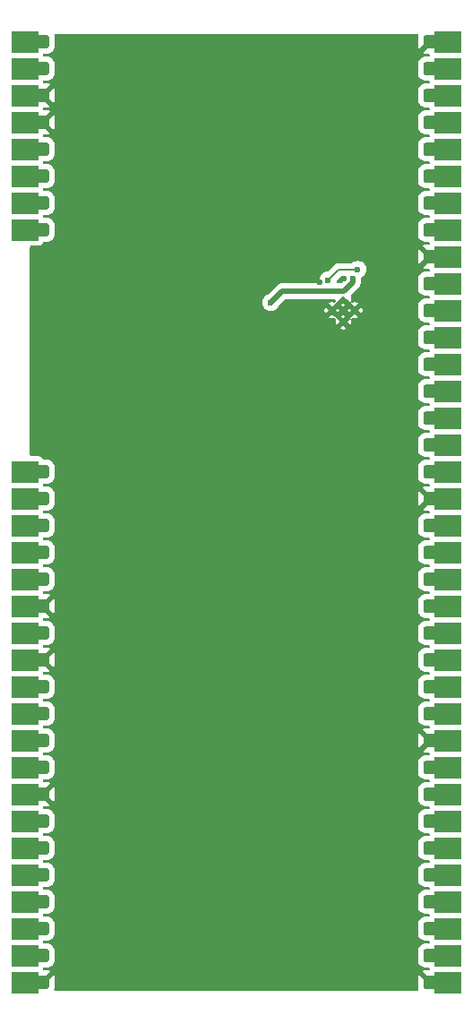
<source format=gbl>
G04 #@! TF.GenerationSoftware,KiCad,Pcbnew,9.0.1+1*
G04 #@! TF.CreationDate,2025-11-11T14:39:45+00:00*
G04 #@! TF.ProjectId,lcd-panel,6c63642d-7061-46e6-956c-2e6b69636164,rev?*
G04 #@! TF.SameCoordinates,Original*
G04 #@! TF.FileFunction,Copper,L4,Bot*
G04 #@! TF.FilePolarity,Positive*
%FSLAX46Y46*%
G04 Gerber Fmt 4.6, Leading zero omitted, Abs format (unit mm)*
G04 Created by KiCad (PCBNEW 9.0.1+1) date 2025-11-11 14:39:45*
%MOMM*%
%LPD*%
G01*
G04 APERTURE LIST*
G04 #@! TA.AperFunction,CastellatedPad*
%ADD10R,2.540000X2.000000*%
G04 #@! TD*
G04 #@! TA.AperFunction,ComponentPad*
%ADD11C,0.500000*%
G04 #@! TD*
G04 #@! TA.AperFunction,ViaPad*
%ADD12C,0.600000*%
G04 #@! TD*
G04 #@! TA.AperFunction,Conductor*
%ADD13C,0.500000*%
G04 #@! TD*
G04 #@! TA.AperFunction,Conductor*
%ADD14C,0.200000*%
G04 #@! TD*
G04 APERTURE END LIST*
D10*
X88400000Y-51440000D03*
G04 #@! TA.AperFunction,ComponentPad*
G36*
G01*
X90725000Y-51065000D02*
X90725000Y-51815000D01*
G75*
G02*
X90475000Y-52065000I-250000J0D01*
G01*
X89725000Y-52065000D01*
G75*
G02*
X89475000Y-51815000I0J250000D01*
G01*
X89475000Y-51065000D01*
G75*
G02*
X89725000Y-50815000I250000J0D01*
G01*
X90475000Y-50815000D01*
G75*
G02*
X90725000Y-51065000I0J-250000D01*
G01*
G37*
G04 #@! TD.AperFunction*
X88400000Y-53980000D03*
G04 #@! TA.AperFunction,ComponentPad*
G36*
G01*
X90725000Y-53605000D02*
X90725000Y-54355000D01*
G75*
G02*
X90475000Y-54605000I-250000J0D01*
G01*
X89725000Y-54605000D01*
G75*
G02*
X89475000Y-54355000I0J250000D01*
G01*
X89475000Y-53605000D01*
G75*
G02*
X89725000Y-53355000I250000J0D01*
G01*
X90475000Y-53355000D01*
G75*
G02*
X90725000Y-53605000I0J-250000D01*
G01*
G37*
G04 #@! TD.AperFunction*
X88400000Y-56520000D03*
G04 #@! TA.AperFunction,ComponentPad*
G36*
G01*
X90725000Y-56145000D02*
X90725000Y-56895000D01*
G75*
G02*
X90475000Y-57145000I-250000J0D01*
G01*
X89725000Y-57145000D01*
G75*
G02*
X89475000Y-56895000I0J250000D01*
G01*
X89475000Y-56145000D01*
G75*
G02*
X89725000Y-55895000I250000J0D01*
G01*
X90475000Y-55895000D01*
G75*
G02*
X90725000Y-56145000I0J-250000D01*
G01*
G37*
G04 #@! TD.AperFunction*
X88400000Y-59060000D03*
G04 #@! TA.AperFunction,ComponentPad*
G36*
G01*
X90725000Y-58685000D02*
X90725000Y-59435000D01*
G75*
G02*
X90475000Y-59685000I-250000J0D01*
G01*
X89725000Y-59685000D01*
G75*
G02*
X89475000Y-59435000I0J250000D01*
G01*
X89475000Y-58685000D01*
G75*
G02*
X89725000Y-58435000I250000J0D01*
G01*
X90475000Y-58435000D01*
G75*
G02*
X90725000Y-58685000I0J-250000D01*
G01*
G37*
G04 #@! TD.AperFunction*
X88400000Y-61600000D03*
G04 #@! TA.AperFunction,ComponentPad*
G36*
G01*
X90725000Y-61225000D02*
X90725000Y-61975000D01*
G75*
G02*
X90475000Y-62225000I-250000J0D01*
G01*
X89725000Y-62225000D01*
G75*
G02*
X89475000Y-61975000I0J250000D01*
G01*
X89475000Y-61225000D01*
G75*
G02*
X89725000Y-60975000I250000J0D01*
G01*
X90475000Y-60975000D01*
G75*
G02*
X90725000Y-61225000I0J-250000D01*
G01*
G37*
G04 #@! TD.AperFunction*
X88400000Y-64140000D03*
G04 #@! TA.AperFunction,ComponentPad*
G36*
G01*
X90725000Y-63765000D02*
X90725000Y-64515000D01*
G75*
G02*
X90475000Y-64765000I-250000J0D01*
G01*
X89725000Y-64765000D01*
G75*
G02*
X89475000Y-64515000I0J250000D01*
G01*
X89475000Y-63765000D01*
G75*
G02*
X89725000Y-63515000I250000J0D01*
G01*
X90475000Y-63515000D01*
G75*
G02*
X90725000Y-63765000I0J-250000D01*
G01*
G37*
G04 #@! TD.AperFunction*
X88400000Y-66680000D03*
G04 #@! TA.AperFunction,ComponentPad*
G36*
G01*
X90725000Y-66305000D02*
X90725000Y-67055000D01*
G75*
G02*
X90475000Y-67305000I-250000J0D01*
G01*
X89725000Y-67305000D01*
G75*
G02*
X89475000Y-67055000I0J250000D01*
G01*
X89475000Y-66305000D01*
G75*
G02*
X89725000Y-66055000I250000J0D01*
G01*
X90475000Y-66055000D01*
G75*
G02*
X90725000Y-66305000I0J-250000D01*
G01*
G37*
G04 #@! TD.AperFunction*
X88400000Y-69220000D03*
G04 #@! TA.AperFunction,ComponentPad*
G36*
G01*
X90725000Y-68845000D02*
X90725000Y-69595000D01*
G75*
G02*
X90475000Y-69845000I-250000J0D01*
G01*
X89725000Y-69845000D01*
G75*
G02*
X89475000Y-69595000I0J250000D01*
G01*
X89475000Y-68845000D01*
G75*
G02*
X89725000Y-68595000I250000J0D01*
G01*
X90475000Y-68595000D01*
G75*
G02*
X90725000Y-68845000I0J-250000D01*
G01*
G37*
G04 #@! TD.AperFunction*
X88400000Y-92080000D03*
G04 #@! TA.AperFunction,ComponentPad*
G36*
G01*
X90725000Y-91705000D02*
X90725000Y-92455000D01*
G75*
G02*
X90475000Y-92705000I-250000J0D01*
G01*
X89725000Y-92705000D01*
G75*
G02*
X89475000Y-92455000I0J250000D01*
G01*
X89475000Y-91705000D01*
G75*
G02*
X89725000Y-91455000I250000J0D01*
G01*
X90475000Y-91455000D01*
G75*
G02*
X90725000Y-91705000I0J-250000D01*
G01*
G37*
G04 #@! TD.AperFunction*
X88400000Y-94620000D03*
G04 #@! TA.AperFunction,ComponentPad*
G36*
G01*
X90725000Y-94245000D02*
X90725000Y-94995000D01*
G75*
G02*
X90475000Y-95245000I-250000J0D01*
G01*
X89725000Y-95245000D01*
G75*
G02*
X89475000Y-94995000I0J250000D01*
G01*
X89475000Y-94245000D01*
G75*
G02*
X89725000Y-93995000I250000J0D01*
G01*
X90475000Y-93995000D01*
G75*
G02*
X90725000Y-94245000I0J-250000D01*
G01*
G37*
G04 #@! TD.AperFunction*
X88400000Y-97160000D03*
G04 #@! TA.AperFunction,ComponentPad*
G36*
G01*
X90725000Y-96785000D02*
X90725000Y-97535000D01*
G75*
G02*
X90475000Y-97785000I-250000J0D01*
G01*
X89725000Y-97785000D01*
G75*
G02*
X89475000Y-97535000I0J250000D01*
G01*
X89475000Y-96785000D01*
G75*
G02*
X89725000Y-96535000I250000J0D01*
G01*
X90475000Y-96535000D01*
G75*
G02*
X90725000Y-96785000I0J-250000D01*
G01*
G37*
G04 #@! TD.AperFunction*
X88400000Y-99700000D03*
G04 #@! TA.AperFunction,ComponentPad*
G36*
G01*
X90725000Y-99325000D02*
X90725000Y-100075000D01*
G75*
G02*
X90475000Y-100325000I-250000J0D01*
G01*
X89725000Y-100325000D01*
G75*
G02*
X89475000Y-100075000I0J250000D01*
G01*
X89475000Y-99325000D01*
G75*
G02*
X89725000Y-99075000I250000J0D01*
G01*
X90475000Y-99075000D01*
G75*
G02*
X90725000Y-99325000I0J-250000D01*
G01*
G37*
G04 #@! TD.AperFunction*
X88400000Y-102240000D03*
G04 #@! TA.AperFunction,ComponentPad*
G36*
G01*
X90725000Y-101865000D02*
X90725000Y-102615000D01*
G75*
G02*
X90475000Y-102865000I-250000J0D01*
G01*
X89725000Y-102865000D01*
G75*
G02*
X89475000Y-102615000I0J250000D01*
G01*
X89475000Y-101865000D01*
G75*
G02*
X89725000Y-101615000I250000J0D01*
G01*
X90475000Y-101615000D01*
G75*
G02*
X90725000Y-101865000I0J-250000D01*
G01*
G37*
G04 #@! TD.AperFunction*
X88400000Y-104780000D03*
G04 #@! TA.AperFunction,ComponentPad*
G36*
G01*
X90725000Y-104405000D02*
X90725000Y-105155000D01*
G75*
G02*
X90475000Y-105405000I-250000J0D01*
G01*
X89725000Y-105405000D01*
G75*
G02*
X89475000Y-105155000I0J250000D01*
G01*
X89475000Y-104405000D01*
G75*
G02*
X89725000Y-104155000I250000J0D01*
G01*
X90475000Y-104155000D01*
G75*
G02*
X90725000Y-104405000I0J-250000D01*
G01*
G37*
G04 #@! TD.AperFunction*
X88400000Y-107320000D03*
G04 #@! TA.AperFunction,ComponentPad*
G36*
G01*
X90725000Y-106945000D02*
X90725000Y-107695000D01*
G75*
G02*
X90475000Y-107945000I-250000J0D01*
G01*
X89725000Y-107945000D01*
G75*
G02*
X89475000Y-107695000I0J250000D01*
G01*
X89475000Y-106945000D01*
G75*
G02*
X89725000Y-106695000I250000J0D01*
G01*
X90475000Y-106695000D01*
G75*
G02*
X90725000Y-106945000I0J-250000D01*
G01*
G37*
G04 #@! TD.AperFunction*
X88400000Y-109860000D03*
G04 #@! TA.AperFunction,ComponentPad*
G36*
G01*
X90725000Y-109485000D02*
X90725000Y-110235000D01*
G75*
G02*
X90475000Y-110485000I-250000J0D01*
G01*
X89725000Y-110485000D01*
G75*
G02*
X89475000Y-110235000I0J250000D01*
G01*
X89475000Y-109485000D01*
G75*
G02*
X89725000Y-109235000I250000J0D01*
G01*
X90475000Y-109235000D01*
G75*
G02*
X90725000Y-109485000I0J-250000D01*
G01*
G37*
G04 #@! TD.AperFunction*
X88400000Y-112400000D03*
G04 #@! TA.AperFunction,ComponentPad*
G36*
G01*
X90725000Y-112025000D02*
X90725000Y-112775000D01*
G75*
G02*
X90475000Y-113025000I-250000J0D01*
G01*
X89725000Y-113025000D01*
G75*
G02*
X89475000Y-112775000I0J250000D01*
G01*
X89475000Y-112025000D01*
G75*
G02*
X89725000Y-111775000I250000J0D01*
G01*
X90475000Y-111775000D01*
G75*
G02*
X90725000Y-112025000I0J-250000D01*
G01*
G37*
G04 #@! TD.AperFunction*
X88400000Y-114940000D03*
G04 #@! TA.AperFunction,ComponentPad*
G36*
G01*
X90725000Y-114565000D02*
X90725000Y-115315000D01*
G75*
G02*
X90475000Y-115565000I-250000J0D01*
G01*
X89725000Y-115565000D01*
G75*
G02*
X89475000Y-115315000I0J250000D01*
G01*
X89475000Y-114565000D01*
G75*
G02*
X89725000Y-114315000I250000J0D01*
G01*
X90475000Y-114315000D01*
G75*
G02*
X90725000Y-114565000I0J-250000D01*
G01*
G37*
G04 #@! TD.AperFunction*
X88400000Y-117480000D03*
G04 #@! TA.AperFunction,ComponentPad*
G36*
G01*
X90725000Y-117105000D02*
X90725000Y-117855000D01*
G75*
G02*
X90475000Y-118105000I-250000J0D01*
G01*
X89725000Y-118105000D01*
G75*
G02*
X89475000Y-117855000I0J250000D01*
G01*
X89475000Y-117105000D01*
G75*
G02*
X89725000Y-116855000I250000J0D01*
G01*
X90475000Y-116855000D01*
G75*
G02*
X90725000Y-117105000I0J-250000D01*
G01*
G37*
G04 #@! TD.AperFunction*
X88400000Y-120020000D03*
G04 #@! TA.AperFunction,ComponentPad*
G36*
G01*
X90725000Y-119645000D02*
X90725000Y-120395000D01*
G75*
G02*
X90475000Y-120645000I-250000J0D01*
G01*
X89725000Y-120645000D01*
G75*
G02*
X89475000Y-120395000I0J250000D01*
G01*
X89475000Y-119645000D01*
G75*
G02*
X89725000Y-119395000I250000J0D01*
G01*
X90475000Y-119395000D01*
G75*
G02*
X90725000Y-119645000I0J-250000D01*
G01*
G37*
G04 #@! TD.AperFunction*
X88400000Y-122560000D03*
G04 #@! TA.AperFunction,ComponentPad*
G36*
G01*
X90725000Y-122185000D02*
X90725000Y-122935000D01*
G75*
G02*
X90475000Y-123185000I-250000J0D01*
G01*
X89725000Y-123185000D01*
G75*
G02*
X89475000Y-122935000I0J250000D01*
G01*
X89475000Y-122185000D01*
G75*
G02*
X89725000Y-121935000I250000J0D01*
G01*
X90475000Y-121935000D01*
G75*
G02*
X90725000Y-122185000I0J-250000D01*
G01*
G37*
G04 #@! TD.AperFunction*
X88400000Y-125100000D03*
G04 #@! TA.AperFunction,ComponentPad*
G36*
G01*
X90725000Y-124725000D02*
X90725000Y-125475000D01*
G75*
G02*
X90475000Y-125725000I-250000J0D01*
G01*
X89725000Y-125725000D01*
G75*
G02*
X89475000Y-125475000I0J250000D01*
G01*
X89475000Y-124725000D01*
G75*
G02*
X89725000Y-124475000I250000J0D01*
G01*
X90475000Y-124475000D01*
G75*
G02*
X90725000Y-124725000I0J-250000D01*
G01*
G37*
G04 #@! TD.AperFunction*
X88400000Y-127640000D03*
G04 #@! TA.AperFunction,ComponentPad*
G36*
G01*
X90725000Y-127265000D02*
X90725000Y-128015000D01*
G75*
G02*
X90475000Y-128265000I-250000J0D01*
G01*
X89725000Y-128265000D01*
G75*
G02*
X89475000Y-128015000I0J250000D01*
G01*
X89475000Y-127265000D01*
G75*
G02*
X89725000Y-127015000I250000J0D01*
G01*
X90475000Y-127015000D01*
G75*
G02*
X90725000Y-127265000I0J-250000D01*
G01*
G37*
G04 #@! TD.AperFunction*
X88400000Y-130180000D03*
G04 #@! TA.AperFunction,ComponentPad*
G36*
G01*
X90725000Y-129805000D02*
X90725000Y-130555000D01*
G75*
G02*
X90475000Y-130805000I-250000J0D01*
G01*
X89725000Y-130805000D01*
G75*
G02*
X89475000Y-130555000I0J250000D01*
G01*
X89475000Y-129805000D01*
G75*
G02*
X89725000Y-129555000I250000J0D01*
G01*
X90475000Y-129555000D01*
G75*
G02*
X90725000Y-129805000I0J-250000D01*
G01*
G37*
G04 #@! TD.AperFunction*
X88400000Y-132720000D03*
G04 #@! TA.AperFunction,ComponentPad*
G36*
G01*
X90725000Y-132345000D02*
X90725000Y-133095000D01*
G75*
G02*
X90475000Y-133345000I-250000J0D01*
G01*
X89725000Y-133345000D01*
G75*
G02*
X89475000Y-133095000I0J250000D01*
G01*
X89475000Y-132345000D01*
G75*
G02*
X89725000Y-132095000I250000J0D01*
G01*
X90475000Y-132095000D01*
G75*
G02*
X90725000Y-132345000I0J-250000D01*
G01*
G37*
G04 #@! TD.AperFunction*
X88400000Y-135260000D03*
G04 #@! TA.AperFunction,ComponentPad*
G36*
G01*
X90725000Y-134885000D02*
X90725000Y-135635000D01*
G75*
G02*
X90475000Y-135885000I-250000J0D01*
G01*
X89725000Y-135885000D01*
G75*
G02*
X89475000Y-135635000I0J250000D01*
G01*
X89475000Y-134885000D01*
G75*
G02*
X89725000Y-134635000I250000J0D01*
G01*
X90475000Y-134635000D01*
G75*
G02*
X90725000Y-134885000I0J-250000D01*
G01*
G37*
G04 #@! TD.AperFunction*
X88400000Y-137800000D03*
G04 #@! TA.AperFunction,ComponentPad*
G36*
G01*
X90725000Y-137425000D02*
X90725000Y-138175000D01*
G75*
G02*
X90475000Y-138425000I-250000J0D01*
G01*
X89725000Y-138425000D01*
G75*
G02*
X89475000Y-138175000I0J250000D01*
G01*
X89475000Y-137425000D01*
G75*
G02*
X89725000Y-137175000I250000J0D01*
G01*
X90475000Y-137175000D01*
G75*
G02*
X90725000Y-137425000I0J-250000D01*
G01*
G37*
G04 #@! TD.AperFunction*
X88400000Y-140340000D03*
G04 #@! TA.AperFunction,ComponentPad*
G36*
G01*
X90725000Y-139965000D02*
X90725000Y-140715000D01*
G75*
G02*
X90475000Y-140965000I-250000J0D01*
G01*
X89725000Y-140965000D01*
G75*
G02*
X89475000Y-140715000I0J250000D01*
G01*
X89475000Y-139965000D01*
G75*
G02*
X89725000Y-139715000I250000J0D01*
G01*
X90475000Y-139715000D01*
G75*
G02*
X90725000Y-139965000I0J-250000D01*
G01*
G37*
G04 #@! TD.AperFunction*
G04 #@! TA.AperFunction,ComponentPad*
G36*
G01*
X127325000Y-51065000D02*
X127325000Y-51815000D01*
G75*
G02*
X127075000Y-52065000I-250000J0D01*
G01*
X126325000Y-52065000D01*
G75*
G02*
X126075000Y-51815000I0J250000D01*
G01*
X126075000Y-51065000D01*
G75*
G02*
X126325000Y-50815000I250000J0D01*
G01*
X127075000Y-50815000D01*
G75*
G02*
X127325000Y-51065000I0J-250000D01*
G01*
G37*
G04 #@! TD.AperFunction*
X128400000Y-51440000D03*
G04 #@! TA.AperFunction,ComponentPad*
G36*
G01*
X127325000Y-53605000D02*
X127325000Y-54355000D01*
G75*
G02*
X127075000Y-54605000I-250000J0D01*
G01*
X126325000Y-54605000D01*
G75*
G02*
X126075000Y-54355000I0J250000D01*
G01*
X126075000Y-53605000D01*
G75*
G02*
X126325000Y-53355000I250000J0D01*
G01*
X127075000Y-53355000D01*
G75*
G02*
X127325000Y-53605000I0J-250000D01*
G01*
G37*
G04 #@! TD.AperFunction*
X128400000Y-53980000D03*
G04 #@! TA.AperFunction,ComponentPad*
G36*
G01*
X127325000Y-56145000D02*
X127325000Y-56895000D01*
G75*
G02*
X127075000Y-57145000I-250000J0D01*
G01*
X126325000Y-57145000D01*
G75*
G02*
X126075000Y-56895000I0J250000D01*
G01*
X126075000Y-56145000D01*
G75*
G02*
X126325000Y-55895000I250000J0D01*
G01*
X127075000Y-55895000D01*
G75*
G02*
X127325000Y-56145000I0J-250000D01*
G01*
G37*
G04 #@! TD.AperFunction*
X128400000Y-56520000D03*
G04 #@! TA.AperFunction,ComponentPad*
G36*
G01*
X127325000Y-58685000D02*
X127325000Y-59435000D01*
G75*
G02*
X127075000Y-59685000I-250000J0D01*
G01*
X126325000Y-59685000D01*
G75*
G02*
X126075000Y-59435000I0J250000D01*
G01*
X126075000Y-58685000D01*
G75*
G02*
X126325000Y-58435000I250000J0D01*
G01*
X127075000Y-58435000D01*
G75*
G02*
X127325000Y-58685000I0J-250000D01*
G01*
G37*
G04 #@! TD.AperFunction*
X128400000Y-59060000D03*
G04 #@! TA.AperFunction,ComponentPad*
G36*
G01*
X127325000Y-61225000D02*
X127325000Y-61975000D01*
G75*
G02*
X127075000Y-62225000I-250000J0D01*
G01*
X126325000Y-62225000D01*
G75*
G02*
X126075000Y-61975000I0J250000D01*
G01*
X126075000Y-61225000D01*
G75*
G02*
X126325000Y-60975000I250000J0D01*
G01*
X127075000Y-60975000D01*
G75*
G02*
X127325000Y-61225000I0J-250000D01*
G01*
G37*
G04 #@! TD.AperFunction*
X128400000Y-61600000D03*
G04 #@! TA.AperFunction,ComponentPad*
G36*
G01*
X127325000Y-63765000D02*
X127325000Y-64515000D01*
G75*
G02*
X127075000Y-64765000I-250000J0D01*
G01*
X126325000Y-64765000D01*
G75*
G02*
X126075000Y-64515000I0J250000D01*
G01*
X126075000Y-63765000D01*
G75*
G02*
X126325000Y-63515000I250000J0D01*
G01*
X127075000Y-63515000D01*
G75*
G02*
X127325000Y-63765000I0J-250000D01*
G01*
G37*
G04 #@! TD.AperFunction*
X128400000Y-64140000D03*
G04 #@! TA.AperFunction,ComponentPad*
G36*
G01*
X127325000Y-66305000D02*
X127325000Y-67055000D01*
G75*
G02*
X127075000Y-67305000I-250000J0D01*
G01*
X126325000Y-67305000D01*
G75*
G02*
X126075000Y-67055000I0J250000D01*
G01*
X126075000Y-66305000D01*
G75*
G02*
X126325000Y-66055000I250000J0D01*
G01*
X127075000Y-66055000D01*
G75*
G02*
X127325000Y-66305000I0J-250000D01*
G01*
G37*
G04 #@! TD.AperFunction*
X128400000Y-66680000D03*
G04 #@! TA.AperFunction,ComponentPad*
G36*
G01*
X127325000Y-68845000D02*
X127325000Y-69595000D01*
G75*
G02*
X127075000Y-69845000I-250000J0D01*
G01*
X126325000Y-69845000D01*
G75*
G02*
X126075000Y-69595000I0J250000D01*
G01*
X126075000Y-68845000D01*
G75*
G02*
X126325000Y-68595000I250000J0D01*
G01*
X127075000Y-68595000D01*
G75*
G02*
X127325000Y-68845000I0J-250000D01*
G01*
G37*
G04 #@! TD.AperFunction*
X128400000Y-69220000D03*
G04 #@! TA.AperFunction,ComponentPad*
G36*
G01*
X127325000Y-71385000D02*
X127325000Y-72135000D01*
G75*
G02*
X127075000Y-72385000I-250000J0D01*
G01*
X126325000Y-72385000D01*
G75*
G02*
X126075000Y-72135000I0J250000D01*
G01*
X126075000Y-71385000D01*
G75*
G02*
X126325000Y-71135000I250000J0D01*
G01*
X127075000Y-71135000D01*
G75*
G02*
X127325000Y-71385000I0J-250000D01*
G01*
G37*
G04 #@! TD.AperFunction*
X128400000Y-71760000D03*
G04 #@! TA.AperFunction,ComponentPad*
G36*
G01*
X127325000Y-73925000D02*
X127325000Y-74675000D01*
G75*
G02*
X127075000Y-74925000I-250000J0D01*
G01*
X126325000Y-74925000D01*
G75*
G02*
X126075000Y-74675000I0J250000D01*
G01*
X126075000Y-73925000D01*
G75*
G02*
X126325000Y-73675000I250000J0D01*
G01*
X127075000Y-73675000D01*
G75*
G02*
X127325000Y-73925000I0J-250000D01*
G01*
G37*
G04 #@! TD.AperFunction*
X128400000Y-74300000D03*
G04 #@! TA.AperFunction,ComponentPad*
G36*
G01*
X127325000Y-76465000D02*
X127325000Y-77215000D01*
G75*
G02*
X127075000Y-77465000I-250000J0D01*
G01*
X126325000Y-77465000D01*
G75*
G02*
X126075000Y-77215000I0J250000D01*
G01*
X126075000Y-76465000D01*
G75*
G02*
X126325000Y-76215000I250000J0D01*
G01*
X127075000Y-76215000D01*
G75*
G02*
X127325000Y-76465000I0J-250000D01*
G01*
G37*
G04 #@! TD.AperFunction*
X128400000Y-76840000D03*
G04 #@! TA.AperFunction,ComponentPad*
G36*
G01*
X127325000Y-79005000D02*
X127325000Y-79755000D01*
G75*
G02*
X127075000Y-80005000I-250000J0D01*
G01*
X126325000Y-80005000D01*
G75*
G02*
X126075000Y-79755000I0J250000D01*
G01*
X126075000Y-79005000D01*
G75*
G02*
X126325000Y-78755000I250000J0D01*
G01*
X127075000Y-78755000D01*
G75*
G02*
X127325000Y-79005000I0J-250000D01*
G01*
G37*
G04 #@! TD.AperFunction*
X128400000Y-79380000D03*
G04 #@! TA.AperFunction,ComponentPad*
G36*
G01*
X127325000Y-81545000D02*
X127325000Y-82295000D01*
G75*
G02*
X127075000Y-82545000I-250000J0D01*
G01*
X126325000Y-82545000D01*
G75*
G02*
X126075000Y-82295000I0J250000D01*
G01*
X126075000Y-81545000D01*
G75*
G02*
X126325000Y-81295000I250000J0D01*
G01*
X127075000Y-81295000D01*
G75*
G02*
X127325000Y-81545000I0J-250000D01*
G01*
G37*
G04 #@! TD.AperFunction*
X128400000Y-81920000D03*
G04 #@! TA.AperFunction,ComponentPad*
G36*
G01*
X127325000Y-84085000D02*
X127325000Y-84835000D01*
G75*
G02*
X127075000Y-85085000I-250000J0D01*
G01*
X126325000Y-85085000D01*
G75*
G02*
X126075000Y-84835000I0J250000D01*
G01*
X126075000Y-84085000D01*
G75*
G02*
X126325000Y-83835000I250000J0D01*
G01*
X127075000Y-83835000D01*
G75*
G02*
X127325000Y-84085000I0J-250000D01*
G01*
G37*
G04 #@! TD.AperFunction*
X128400000Y-84460000D03*
G04 #@! TA.AperFunction,ComponentPad*
G36*
G01*
X127325000Y-86625000D02*
X127325000Y-87375000D01*
G75*
G02*
X127075000Y-87625000I-250000J0D01*
G01*
X126325000Y-87625000D01*
G75*
G02*
X126075000Y-87375000I0J250000D01*
G01*
X126075000Y-86625000D01*
G75*
G02*
X126325000Y-86375000I250000J0D01*
G01*
X127075000Y-86375000D01*
G75*
G02*
X127325000Y-86625000I0J-250000D01*
G01*
G37*
G04 #@! TD.AperFunction*
X128400000Y-87000000D03*
G04 #@! TA.AperFunction,ComponentPad*
G36*
G01*
X127325000Y-89165000D02*
X127325000Y-89915000D01*
G75*
G02*
X127075000Y-90165000I-250000J0D01*
G01*
X126325000Y-90165000D01*
G75*
G02*
X126075000Y-89915000I0J250000D01*
G01*
X126075000Y-89165000D01*
G75*
G02*
X126325000Y-88915000I250000J0D01*
G01*
X127075000Y-88915000D01*
G75*
G02*
X127325000Y-89165000I0J-250000D01*
G01*
G37*
G04 #@! TD.AperFunction*
X128400000Y-89540000D03*
G04 #@! TA.AperFunction,ComponentPad*
G36*
G01*
X127325000Y-91705000D02*
X127325000Y-92455000D01*
G75*
G02*
X127075000Y-92705000I-250000J0D01*
G01*
X126325000Y-92705000D01*
G75*
G02*
X126075000Y-92455000I0J250000D01*
G01*
X126075000Y-91705000D01*
G75*
G02*
X126325000Y-91455000I250000J0D01*
G01*
X127075000Y-91455000D01*
G75*
G02*
X127325000Y-91705000I0J-250000D01*
G01*
G37*
G04 #@! TD.AperFunction*
X128400000Y-92080000D03*
G04 #@! TA.AperFunction,ComponentPad*
G36*
G01*
X127325000Y-94245000D02*
X127325000Y-94995000D01*
G75*
G02*
X127075000Y-95245000I-250000J0D01*
G01*
X126325000Y-95245000D01*
G75*
G02*
X126075000Y-94995000I0J250000D01*
G01*
X126075000Y-94245000D01*
G75*
G02*
X126325000Y-93995000I250000J0D01*
G01*
X127075000Y-93995000D01*
G75*
G02*
X127325000Y-94245000I0J-250000D01*
G01*
G37*
G04 #@! TD.AperFunction*
X128400000Y-94620000D03*
G04 #@! TA.AperFunction,ComponentPad*
G36*
G01*
X127325000Y-96785000D02*
X127325000Y-97535000D01*
G75*
G02*
X127075000Y-97785000I-250000J0D01*
G01*
X126325000Y-97785000D01*
G75*
G02*
X126075000Y-97535000I0J250000D01*
G01*
X126075000Y-96785000D01*
G75*
G02*
X126325000Y-96535000I250000J0D01*
G01*
X127075000Y-96535000D01*
G75*
G02*
X127325000Y-96785000I0J-250000D01*
G01*
G37*
G04 #@! TD.AperFunction*
X128400000Y-97160000D03*
G04 #@! TA.AperFunction,ComponentPad*
G36*
G01*
X127325000Y-99325000D02*
X127325000Y-100075000D01*
G75*
G02*
X127075000Y-100325000I-250000J0D01*
G01*
X126325000Y-100325000D01*
G75*
G02*
X126075000Y-100075000I0J250000D01*
G01*
X126075000Y-99325000D01*
G75*
G02*
X126325000Y-99075000I250000J0D01*
G01*
X127075000Y-99075000D01*
G75*
G02*
X127325000Y-99325000I0J-250000D01*
G01*
G37*
G04 #@! TD.AperFunction*
X128400000Y-99700000D03*
G04 #@! TA.AperFunction,ComponentPad*
G36*
G01*
X127325000Y-101865000D02*
X127325000Y-102615000D01*
G75*
G02*
X127075000Y-102865000I-250000J0D01*
G01*
X126325000Y-102865000D01*
G75*
G02*
X126075000Y-102615000I0J250000D01*
G01*
X126075000Y-101865000D01*
G75*
G02*
X126325000Y-101615000I250000J0D01*
G01*
X127075000Y-101615000D01*
G75*
G02*
X127325000Y-101865000I0J-250000D01*
G01*
G37*
G04 #@! TD.AperFunction*
X128400000Y-102240000D03*
G04 #@! TA.AperFunction,ComponentPad*
G36*
G01*
X127325000Y-104405000D02*
X127325000Y-105155000D01*
G75*
G02*
X127075000Y-105405000I-250000J0D01*
G01*
X126325000Y-105405000D01*
G75*
G02*
X126075000Y-105155000I0J250000D01*
G01*
X126075000Y-104405000D01*
G75*
G02*
X126325000Y-104155000I250000J0D01*
G01*
X127075000Y-104155000D01*
G75*
G02*
X127325000Y-104405000I0J-250000D01*
G01*
G37*
G04 #@! TD.AperFunction*
X128400000Y-104780000D03*
G04 #@! TA.AperFunction,ComponentPad*
G36*
G01*
X127325000Y-106945000D02*
X127325000Y-107695000D01*
G75*
G02*
X127075000Y-107945000I-250000J0D01*
G01*
X126325000Y-107945000D01*
G75*
G02*
X126075000Y-107695000I0J250000D01*
G01*
X126075000Y-106945000D01*
G75*
G02*
X126325000Y-106695000I250000J0D01*
G01*
X127075000Y-106695000D01*
G75*
G02*
X127325000Y-106945000I0J-250000D01*
G01*
G37*
G04 #@! TD.AperFunction*
X128400000Y-107320000D03*
G04 #@! TA.AperFunction,ComponentPad*
G36*
G01*
X127325000Y-109485000D02*
X127325000Y-110235000D01*
G75*
G02*
X127075000Y-110485000I-250000J0D01*
G01*
X126325000Y-110485000D01*
G75*
G02*
X126075000Y-110235000I0J250000D01*
G01*
X126075000Y-109485000D01*
G75*
G02*
X126325000Y-109235000I250000J0D01*
G01*
X127075000Y-109235000D01*
G75*
G02*
X127325000Y-109485000I0J-250000D01*
G01*
G37*
G04 #@! TD.AperFunction*
X128400000Y-109860000D03*
G04 #@! TA.AperFunction,ComponentPad*
G36*
G01*
X127325000Y-112025000D02*
X127325000Y-112775000D01*
G75*
G02*
X127075000Y-113025000I-250000J0D01*
G01*
X126325000Y-113025000D01*
G75*
G02*
X126075000Y-112775000I0J250000D01*
G01*
X126075000Y-112025000D01*
G75*
G02*
X126325000Y-111775000I250000J0D01*
G01*
X127075000Y-111775000D01*
G75*
G02*
X127325000Y-112025000I0J-250000D01*
G01*
G37*
G04 #@! TD.AperFunction*
X128400000Y-112400000D03*
G04 #@! TA.AperFunction,ComponentPad*
G36*
G01*
X127325000Y-114565000D02*
X127325000Y-115315000D01*
G75*
G02*
X127075000Y-115565000I-250000J0D01*
G01*
X126325000Y-115565000D01*
G75*
G02*
X126075000Y-115315000I0J250000D01*
G01*
X126075000Y-114565000D01*
G75*
G02*
X126325000Y-114315000I250000J0D01*
G01*
X127075000Y-114315000D01*
G75*
G02*
X127325000Y-114565000I0J-250000D01*
G01*
G37*
G04 #@! TD.AperFunction*
X128400000Y-114940000D03*
G04 #@! TA.AperFunction,ComponentPad*
G36*
G01*
X127325000Y-117105000D02*
X127325000Y-117855000D01*
G75*
G02*
X127075000Y-118105000I-250000J0D01*
G01*
X126325000Y-118105000D01*
G75*
G02*
X126075000Y-117855000I0J250000D01*
G01*
X126075000Y-117105000D01*
G75*
G02*
X126325000Y-116855000I250000J0D01*
G01*
X127075000Y-116855000D01*
G75*
G02*
X127325000Y-117105000I0J-250000D01*
G01*
G37*
G04 #@! TD.AperFunction*
X128400000Y-117480000D03*
G04 #@! TA.AperFunction,ComponentPad*
G36*
G01*
X127325000Y-119645000D02*
X127325000Y-120395000D01*
G75*
G02*
X127075000Y-120645000I-250000J0D01*
G01*
X126325000Y-120645000D01*
G75*
G02*
X126075000Y-120395000I0J250000D01*
G01*
X126075000Y-119645000D01*
G75*
G02*
X126325000Y-119395000I250000J0D01*
G01*
X127075000Y-119395000D01*
G75*
G02*
X127325000Y-119645000I0J-250000D01*
G01*
G37*
G04 #@! TD.AperFunction*
X128400000Y-120020000D03*
G04 #@! TA.AperFunction,ComponentPad*
G36*
G01*
X127325000Y-122185000D02*
X127325000Y-122935000D01*
G75*
G02*
X127075000Y-123185000I-250000J0D01*
G01*
X126325000Y-123185000D01*
G75*
G02*
X126075000Y-122935000I0J250000D01*
G01*
X126075000Y-122185000D01*
G75*
G02*
X126325000Y-121935000I250000J0D01*
G01*
X127075000Y-121935000D01*
G75*
G02*
X127325000Y-122185000I0J-250000D01*
G01*
G37*
G04 #@! TD.AperFunction*
X128400000Y-122560000D03*
G04 #@! TA.AperFunction,ComponentPad*
G36*
G01*
X127325000Y-124725000D02*
X127325000Y-125475000D01*
G75*
G02*
X127075000Y-125725000I-250000J0D01*
G01*
X126325000Y-125725000D01*
G75*
G02*
X126075000Y-125475000I0J250000D01*
G01*
X126075000Y-124725000D01*
G75*
G02*
X126325000Y-124475000I250000J0D01*
G01*
X127075000Y-124475000D01*
G75*
G02*
X127325000Y-124725000I0J-250000D01*
G01*
G37*
G04 #@! TD.AperFunction*
X128400000Y-125100000D03*
G04 #@! TA.AperFunction,ComponentPad*
G36*
G01*
X127325000Y-127265000D02*
X127325000Y-128015000D01*
G75*
G02*
X127075000Y-128265000I-250000J0D01*
G01*
X126325000Y-128265000D01*
G75*
G02*
X126075000Y-128015000I0J250000D01*
G01*
X126075000Y-127265000D01*
G75*
G02*
X126325000Y-127015000I250000J0D01*
G01*
X127075000Y-127015000D01*
G75*
G02*
X127325000Y-127265000I0J-250000D01*
G01*
G37*
G04 #@! TD.AperFunction*
X128400000Y-127640000D03*
G04 #@! TA.AperFunction,ComponentPad*
G36*
G01*
X127325000Y-129805000D02*
X127325000Y-130555000D01*
G75*
G02*
X127075000Y-130805000I-250000J0D01*
G01*
X126325000Y-130805000D01*
G75*
G02*
X126075000Y-130555000I0J250000D01*
G01*
X126075000Y-129805000D01*
G75*
G02*
X126325000Y-129555000I250000J0D01*
G01*
X127075000Y-129555000D01*
G75*
G02*
X127325000Y-129805000I0J-250000D01*
G01*
G37*
G04 #@! TD.AperFunction*
X128400000Y-130180000D03*
G04 #@! TA.AperFunction,ComponentPad*
G36*
G01*
X127325000Y-132345000D02*
X127325000Y-133095000D01*
G75*
G02*
X127075000Y-133345000I-250000J0D01*
G01*
X126325000Y-133345000D01*
G75*
G02*
X126075000Y-133095000I0J250000D01*
G01*
X126075000Y-132345000D01*
G75*
G02*
X126325000Y-132095000I250000J0D01*
G01*
X127075000Y-132095000D01*
G75*
G02*
X127325000Y-132345000I0J-250000D01*
G01*
G37*
G04 #@! TD.AperFunction*
X128400000Y-132720000D03*
G04 #@! TA.AperFunction,ComponentPad*
G36*
G01*
X127325000Y-134885000D02*
X127325000Y-135635000D01*
G75*
G02*
X127075000Y-135885000I-250000J0D01*
G01*
X126325000Y-135885000D01*
G75*
G02*
X126075000Y-135635000I0J250000D01*
G01*
X126075000Y-134885000D01*
G75*
G02*
X126325000Y-134635000I250000J0D01*
G01*
X127075000Y-134635000D01*
G75*
G02*
X127325000Y-134885000I0J-250000D01*
G01*
G37*
G04 #@! TD.AperFunction*
X128400000Y-135260000D03*
G04 #@! TA.AperFunction,ComponentPad*
G36*
G01*
X127325000Y-137425000D02*
X127325000Y-138175000D01*
G75*
G02*
X127075000Y-138425000I-250000J0D01*
G01*
X126325000Y-138425000D01*
G75*
G02*
X126075000Y-138175000I0J250000D01*
G01*
X126075000Y-137425000D01*
G75*
G02*
X126325000Y-137175000I250000J0D01*
G01*
X127075000Y-137175000D01*
G75*
G02*
X127325000Y-137425000I0J-250000D01*
G01*
G37*
G04 #@! TD.AperFunction*
X128400000Y-137800000D03*
G04 #@! TA.AperFunction,ComponentPad*
G36*
G01*
X127325000Y-139965000D02*
X127325000Y-140715000D01*
G75*
G02*
X127075000Y-140965000I-250000J0D01*
G01*
X126325000Y-140965000D01*
G75*
G02*
X126075000Y-140715000I0J250000D01*
G01*
X126075000Y-139965000D01*
G75*
G02*
X126325000Y-139715000I250000J0D01*
G01*
X127075000Y-139715000D01*
G75*
G02*
X127325000Y-139965000I0J-250000D01*
G01*
G37*
G04 #@! TD.AperFunction*
X128400000Y-140340000D03*
D11*
X117479999Y-76820001D03*
X118530000Y-75770001D03*
X118530000Y-76820001D03*
X118530000Y-77870001D03*
X119580000Y-76820001D03*
D12*
X101960000Y-65170000D03*
X124220000Y-128960000D03*
X92400000Y-68450000D03*
X94900000Y-110920000D03*
X95490000Y-77250000D03*
X116930000Y-106580000D03*
X124760000Y-80780000D03*
X124620000Y-104200000D03*
X93240000Y-55870000D03*
X94150000Y-93690000D03*
X106230000Y-55070000D03*
X93930000Y-101110000D03*
X124800000Y-106690000D03*
X92670000Y-62490000D03*
X117860000Y-125650000D03*
X105140000Y-93320000D03*
X117720000Y-129570000D03*
X92670000Y-65220000D03*
X93660000Y-95790000D03*
X117710000Y-111770000D03*
X114919998Y-78025001D03*
X124830000Y-90640000D03*
X116450000Y-87390000D03*
X98180000Y-93520000D03*
X111500000Y-54240000D03*
X108560000Y-58460000D03*
X115769998Y-77075001D03*
X124050000Y-114880000D03*
X108490000Y-71580000D03*
X124450000Y-121620000D03*
X124620000Y-75800000D03*
X115960000Y-107900000D03*
X104730000Y-79730000D03*
X123050000Y-51650000D03*
X123340000Y-110350000D03*
X124240000Y-133950000D03*
X117669998Y-70205001D03*
X100460000Y-83850000D03*
X92620000Y-59250000D03*
X124730000Y-137950000D03*
X94980000Y-135080000D03*
X98150000Y-95970000D03*
X121800000Y-126540000D03*
X92410000Y-52610000D03*
X91750000Y-78120000D03*
X118549998Y-73815001D03*
X115900000Y-83820000D03*
X91890000Y-134760000D03*
X92100000Y-137890000D03*
X91780000Y-127190000D03*
X91700000Y-83910000D03*
X124660000Y-111680000D03*
X125080000Y-88150000D03*
X106770000Y-101030000D03*
X123990000Y-52890000D03*
X125280000Y-100840000D03*
X116050000Y-91610000D03*
X124220000Y-118780000D03*
X92920000Y-108830000D03*
X117910000Y-83840000D03*
X118470000Y-103630000D03*
X122070000Y-124250000D03*
X92420000Y-129320000D03*
X106570000Y-98240000D03*
X121380000Y-128590000D03*
X124680000Y-108920000D03*
X124120000Y-131360000D03*
X91290000Y-71870000D03*
X118380000Y-80020000D03*
X124140000Y-71050000D03*
X121280000Y-77040000D03*
X118850000Y-132070000D03*
X119160000Y-79830000D03*
X124690000Y-85520000D03*
X119279998Y-70255001D03*
X104570000Y-95650000D03*
X116150000Y-98380000D03*
X92410000Y-88870000D03*
X116500000Y-99630000D03*
X116110000Y-90290000D03*
X122290000Y-122020000D03*
X124830000Y-82990000D03*
X100080000Y-76530000D03*
X117870000Y-107950000D03*
X113880000Y-91130000D03*
X116299998Y-74175001D03*
X119960000Y-66740000D03*
X91530000Y-139960000D03*
X115669998Y-76405001D03*
X100950000Y-59250000D03*
X94510000Y-72180000D03*
X124500000Y-51400000D03*
X109510000Y-84640000D03*
X106090000Y-88770000D03*
X115950000Y-88760000D03*
X116870000Y-85120000D03*
X93850000Y-98360000D03*
X96200000Y-82620000D03*
X115260000Y-65930000D03*
X99840000Y-89330000D03*
X123770000Y-126020000D03*
X122790000Y-117280000D03*
X120710000Y-130500000D03*
X102850000Y-63680000D03*
X122100000Y-70980000D03*
X124800000Y-78150000D03*
X116850000Y-82470000D03*
X116090000Y-97040000D03*
X94900000Y-120240000D03*
X122860000Y-119970000D03*
X112950000Y-94100000D03*
X91530000Y-124900000D03*
X95480000Y-131100000D03*
X116130000Y-93710000D03*
X100400000Y-101030000D03*
X125080000Y-92880000D03*
X93480000Y-57880000D03*
X116030000Y-95370000D03*
X124170000Y-123770000D03*
X116870000Y-109180000D03*
X119399998Y-73805001D03*
X111669998Y-76085001D03*
X119889998Y-72965001D03*
X117089998Y-73955001D03*
D13*
X119419998Y-73825001D02*
X119419998Y-74165001D01*
X118579998Y-75005001D02*
X112749998Y-75005001D01*
X112749998Y-75005001D02*
X111669998Y-76085001D01*
X119419998Y-74165001D02*
X118579998Y-75005001D01*
X119399998Y-73805001D02*
X119419998Y-73825001D01*
D14*
X119889998Y-72965001D02*
X118079998Y-72965001D01*
X118079998Y-72965001D02*
X117089998Y-73955001D01*
G04 #@! TA.AperFunction,Conductor*
G36*
X118490626Y-73568515D02*
G01*
X118501256Y-73567274D01*
X118523569Y-73578188D01*
X118547399Y-73585186D01*
X118554406Y-73593272D01*
X118564019Y-73597975D01*
X118576889Y-73619219D01*
X118593154Y-73637990D01*
X118594676Y-73648580D01*
X118600222Y-73657734D01*
X118604316Y-73692789D01*
X118604035Y-73703345D01*
X118599498Y-73726159D01*
X118599498Y-73874399D01*
X118599454Y-73876058D01*
X118589210Y-73907804D01*
X118579813Y-73939809D01*
X118578523Y-73940926D01*
X118577999Y-73942552D01*
X118563179Y-73960451D01*
X118305449Y-74218182D01*
X118244126Y-74251667D01*
X118217768Y-74254501D01*
X117997701Y-74254501D01*
X117930662Y-74234816D01*
X117884907Y-74182012D01*
X117874963Y-74112854D01*
X117876084Y-74106310D01*
X117890636Y-74033151D01*
X117923020Y-73971240D01*
X117924514Y-73969719D01*
X118292414Y-73601820D01*
X118353737Y-73568335D01*
X118380095Y-73565501D01*
X118480360Y-73565501D01*
X118490626Y-73568515D01*
G37*
G04 #@! TD.AperFunction*
G04 #@! TA.AperFunction,Conductor*
G36*
X125560939Y-50690184D02*
G01*
X125606694Y-50742988D01*
X125616638Y-50812146D01*
X125611606Y-50833502D01*
X125585495Y-50912299D01*
X125585493Y-50912309D01*
X125575000Y-51015013D01*
X125575000Y-51864971D01*
X125575001Y-51864987D01*
X125585494Y-51967697D01*
X125640641Y-52134119D01*
X125640643Y-52134124D01*
X125645099Y-52141347D01*
X126325000Y-51461446D01*
X126325000Y-51489370D01*
X126350556Y-51584745D01*
X126399925Y-51670255D01*
X126469745Y-51740075D01*
X126555255Y-51789444D01*
X126650630Y-51815000D01*
X126678550Y-51815000D01*
X125998650Y-52494900D01*
X126005875Y-52499357D01*
X126172302Y-52554505D01*
X126172309Y-52554506D01*
X126275019Y-52564999D01*
X126556879Y-52564999D01*
X126578125Y-52571237D01*
X126600209Y-52572816D01*
X126610992Y-52580887D01*
X126623918Y-52584683D01*
X126638418Y-52601417D01*
X126656144Y-52614686D01*
X126666757Y-52634122D01*
X126669673Y-52637487D01*
X126673059Y-52645662D01*
X126680626Y-52665948D01*
X126685613Y-52735639D01*
X126680627Y-52752620D01*
X126672714Y-52773835D01*
X126630843Y-52829768D01*
X126565378Y-52854184D01*
X126556533Y-52854500D01*
X126274999Y-52854500D01*
X126274980Y-52854501D01*
X126172203Y-52865000D01*
X126172200Y-52865001D01*
X126005668Y-52920185D01*
X126005663Y-52920187D01*
X125856342Y-53012289D01*
X125732289Y-53136342D01*
X125640187Y-53285663D01*
X125640186Y-53285666D01*
X125585001Y-53452203D01*
X125585001Y-53452204D01*
X125585000Y-53452204D01*
X125574500Y-53554983D01*
X125574500Y-54405001D01*
X125574501Y-54405019D01*
X125585000Y-54507796D01*
X125585001Y-54507799D01*
X125640185Y-54674331D01*
X125640186Y-54674334D01*
X125732288Y-54823656D01*
X125856344Y-54947712D01*
X126005666Y-55039814D01*
X126172203Y-55094999D01*
X126274991Y-55105500D01*
X126556533Y-55105499D01*
X126577779Y-55111737D01*
X126599862Y-55113316D01*
X126610644Y-55121387D01*
X126623572Y-55125183D01*
X126638073Y-55141918D01*
X126655797Y-55155185D01*
X126666412Y-55174623D01*
X126669327Y-55177987D01*
X126672713Y-55186161D01*
X126680360Y-55206662D01*
X126685347Y-55276352D01*
X126680361Y-55293335D01*
X126672714Y-55313836D01*
X126630841Y-55369769D01*
X126565376Y-55394184D01*
X126556533Y-55394500D01*
X126274999Y-55394500D01*
X126274980Y-55394501D01*
X126172203Y-55405000D01*
X126172200Y-55405001D01*
X126005668Y-55460185D01*
X126005663Y-55460187D01*
X125856342Y-55552289D01*
X125732289Y-55676342D01*
X125640187Y-55825663D01*
X125640185Y-55825668D01*
X125612349Y-55909670D01*
X125585001Y-55992203D01*
X125585001Y-55992204D01*
X125585000Y-55992204D01*
X125574500Y-56094983D01*
X125574500Y-56945001D01*
X125574501Y-56945019D01*
X125585000Y-57047796D01*
X125585001Y-57047799D01*
X125640185Y-57214331D01*
X125640187Y-57214336D01*
X125656743Y-57241178D01*
X125732288Y-57363656D01*
X125856344Y-57487712D01*
X126005666Y-57579814D01*
X126172203Y-57634999D01*
X126274991Y-57645500D01*
X126556533Y-57645499D01*
X126577779Y-57651737D01*
X126599862Y-57653316D01*
X126610644Y-57661387D01*
X126623572Y-57665183D01*
X126638073Y-57681918D01*
X126655797Y-57695185D01*
X126666412Y-57714623D01*
X126669327Y-57717987D01*
X126672713Y-57726161D01*
X126680360Y-57746662D01*
X126685347Y-57816352D01*
X126680361Y-57833335D01*
X126672714Y-57853836D01*
X126630841Y-57909769D01*
X126565376Y-57934184D01*
X126556533Y-57934500D01*
X126274999Y-57934500D01*
X126274980Y-57934501D01*
X126172203Y-57945000D01*
X126172200Y-57945001D01*
X126005668Y-58000185D01*
X126005663Y-58000187D01*
X125856342Y-58092289D01*
X125732289Y-58216342D01*
X125640187Y-58365663D01*
X125640185Y-58365668D01*
X125612349Y-58449670D01*
X125585001Y-58532203D01*
X125585001Y-58532204D01*
X125585000Y-58532204D01*
X125574500Y-58634983D01*
X125574500Y-59485001D01*
X125574501Y-59485019D01*
X125585000Y-59587796D01*
X125585001Y-59587799D01*
X125640185Y-59754331D01*
X125640187Y-59754336D01*
X125656743Y-59781178D01*
X125732288Y-59903656D01*
X125856344Y-60027712D01*
X126005666Y-60119814D01*
X126172203Y-60174999D01*
X126274991Y-60185500D01*
X126556533Y-60185499D01*
X126577779Y-60191737D01*
X126599862Y-60193316D01*
X126610644Y-60201387D01*
X126623572Y-60205183D01*
X126638073Y-60221918D01*
X126655797Y-60235185D01*
X126666412Y-60254623D01*
X126669327Y-60257987D01*
X126672713Y-60266161D01*
X126680360Y-60286662D01*
X126685347Y-60356352D01*
X126680361Y-60373335D01*
X126672714Y-60393836D01*
X126630841Y-60449769D01*
X126565376Y-60474184D01*
X126556533Y-60474500D01*
X126274999Y-60474500D01*
X126274980Y-60474501D01*
X126172203Y-60485000D01*
X126172200Y-60485001D01*
X126005668Y-60540185D01*
X126005663Y-60540187D01*
X125856342Y-60632289D01*
X125732289Y-60756342D01*
X125640187Y-60905663D01*
X125640186Y-60905666D01*
X125585001Y-61072203D01*
X125585001Y-61072204D01*
X125585000Y-61072204D01*
X125574500Y-61174983D01*
X125574500Y-62025001D01*
X125574501Y-62025019D01*
X125585000Y-62127796D01*
X125585001Y-62127799D01*
X125640185Y-62294331D01*
X125640186Y-62294334D01*
X125732288Y-62443656D01*
X125856344Y-62567712D01*
X126005666Y-62659814D01*
X126172203Y-62714999D01*
X126274991Y-62725500D01*
X126556533Y-62725499D01*
X126577779Y-62731737D01*
X126599862Y-62733316D01*
X126610644Y-62741387D01*
X126623572Y-62745183D01*
X126638073Y-62761918D01*
X126655797Y-62775185D01*
X126666412Y-62794623D01*
X126669327Y-62797987D01*
X126672713Y-62806161D01*
X126680360Y-62826662D01*
X126685347Y-62896352D01*
X126680361Y-62913335D01*
X126672714Y-62933836D01*
X126630841Y-62989769D01*
X126565376Y-63014184D01*
X126556533Y-63014500D01*
X126274999Y-63014500D01*
X126274980Y-63014501D01*
X126172203Y-63025000D01*
X126172200Y-63025001D01*
X126005668Y-63080185D01*
X126005663Y-63080187D01*
X125856342Y-63172289D01*
X125732289Y-63296342D01*
X125640187Y-63445663D01*
X125640186Y-63445666D01*
X125585001Y-63612203D01*
X125585001Y-63612204D01*
X125585000Y-63612204D01*
X125574500Y-63714983D01*
X125574500Y-64565001D01*
X125574501Y-64565019D01*
X125585000Y-64667796D01*
X125585001Y-64667799D01*
X125640185Y-64834331D01*
X125640186Y-64834334D01*
X125732288Y-64983656D01*
X125856344Y-65107712D01*
X126005666Y-65199814D01*
X126172203Y-65254999D01*
X126274991Y-65265500D01*
X126556533Y-65265499D01*
X126577779Y-65271737D01*
X126599862Y-65273316D01*
X126610644Y-65281387D01*
X126623572Y-65285183D01*
X126638073Y-65301918D01*
X126655797Y-65315185D01*
X126666412Y-65334623D01*
X126669327Y-65337987D01*
X126672713Y-65346161D01*
X126680360Y-65366662D01*
X126685347Y-65436352D01*
X126680361Y-65453335D01*
X126672714Y-65473836D01*
X126630841Y-65529769D01*
X126565376Y-65554184D01*
X126556533Y-65554500D01*
X126274999Y-65554500D01*
X126274980Y-65554501D01*
X126172203Y-65565000D01*
X126172200Y-65565001D01*
X126005668Y-65620185D01*
X126005663Y-65620187D01*
X125856342Y-65712289D01*
X125732289Y-65836342D01*
X125640187Y-65985663D01*
X125640186Y-65985666D01*
X125585001Y-66152203D01*
X125585001Y-66152204D01*
X125585000Y-66152204D01*
X125574500Y-66254983D01*
X125574500Y-67105001D01*
X125574501Y-67105019D01*
X125585000Y-67207796D01*
X125585001Y-67207799D01*
X125640185Y-67374331D01*
X125640186Y-67374334D01*
X125732288Y-67523656D01*
X125856344Y-67647712D01*
X126005666Y-67739814D01*
X126172203Y-67794999D01*
X126274991Y-67805500D01*
X126556533Y-67805499D01*
X126577779Y-67811737D01*
X126599862Y-67813316D01*
X126610644Y-67821387D01*
X126623572Y-67825183D01*
X126638073Y-67841918D01*
X126655797Y-67855185D01*
X126666412Y-67874623D01*
X126669327Y-67877987D01*
X126672713Y-67886161D01*
X126680360Y-67906662D01*
X126685347Y-67976352D01*
X126680361Y-67993335D01*
X126672714Y-68013836D01*
X126630841Y-68069769D01*
X126565376Y-68094184D01*
X126556533Y-68094500D01*
X126274999Y-68094500D01*
X126274980Y-68094501D01*
X126172203Y-68105000D01*
X126172200Y-68105001D01*
X126005668Y-68160185D01*
X126005663Y-68160187D01*
X125856342Y-68252289D01*
X125732289Y-68376342D01*
X125640187Y-68525663D01*
X125640186Y-68525666D01*
X125585001Y-68692203D01*
X125585001Y-68692204D01*
X125585000Y-68692204D01*
X125574500Y-68794983D01*
X125574500Y-69645001D01*
X125574501Y-69645019D01*
X125585000Y-69747796D01*
X125585001Y-69747799D01*
X125640185Y-69914331D01*
X125640186Y-69914334D01*
X125732288Y-70063656D01*
X125856344Y-70187712D01*
X126005666Y-70279814D01*
X126172203Y-70334999D01*
X126274991Y-70345500D01*
X126556533Y-70345499D01*
X126577779Y-70351737D01*
X126599866Y-70353317D01*
X126610647Y-70361388D01*
X126623572Y-70365183D01*
X126638074Y-70381919D01*
X126655799Y-70395188D01*
X126666411Y-70414622D01*
X126669327Y-70417987D01*
X126672714Y-70426164D01*
X126680627Y-70447379D01*
X126685612Y-70517071D01*
X126680626Y-70534051D01*
X126673059Y-70554337D01*
X126631186Y-70610269D01*
X126565721Y-70634684D01*
X126556879Y-70635000D01*
X126275029Y-70635000D01*
X126275012Y-70635001D01*
X126172302Y-70645494D01*
X126005878Y-70700642D01*
X126005873Y-70700644D01*
X125998651Y-70705098D01*
X125998650Y-70705099D01*
X126678551Y-71385000D01*
X126650630Y-71385000D01*
X126555255Y-71410556D01*
X126469745Y-71459925D01*
X126399925Y-71529745D01*
X126350556Y-71615255D01*
X126325000Y-71710630D01*
X126325000Y-71738551D01*
X125645099Y-71058650D01*
X125645098Y-71058651D01*
X125640644Y-71065873D01*
X125640642Y-71065877D01*
X125585494Y-71232302D01*
X125585493Y-71232309D01*
X125575000Y-71335013D01*
X125575000Y-72184971D01*
X125575001Y-72184987D01*
X125585494Y-72287697D01*
X125640641Y-72454119D01*
X125640643Y-72454124D01*
X125645099Y-72461347D01*
X126325000Y-71781447D01*
X126325000Y-71809370D01*
X126350556Y-71904745D01*
X126399925Y-71990255D01*
X126469745Y-72060075D01*
X126555255Y-72109444D01*
X126650630Y-72135000D01*
X126678550Y-72135000D01*
X125998650Y-72814900D01*
X126005875Y-72819357D01*
X126172302Y-72874505D01*
X126172309Y-72874506D01*
X126275019Y-72884999D01*
X126556879Y-72884999D01*
X126578125Y-72891237D01*
X126600209Y-72892816D01*
X126610992Y-72900887D01*
X126623918Y-72904683D01*
X126638418Y-72921417D01*
X126656144Y-72934686D01*
X126666757Y-72954122D01*
X126669673Y-72957487D01*
X126673059Y-72965662D01*
X126680626Y-72985948D01*
X126685613Y-73055639D01*
X126680627Y-73072620D01*
X126672714Y-73093835D01*
X126630843Y-73149768D01*
X126565378Y-73174184D01*
X126556533Y-73174500D01*
X126274999Y-73174500D01*
X126274980Y-73174501D01*
X126172203Y-73185000D01*
X126172200Y-73185001D01*
X126005668Y-73240185D01*
X126005663Y-73240187D01*
X125856342Y-73332289D01*
X125732289Y-73456342D01*
X125640187Y-73605663D01*
X125640186Y-73605666D01*
X125585001Y-73772203D01*
X125585001Y-73772204D01*
X125585000Y-73772204D01*
X125574500Y-73874983D01*
X125574500Y-74725001D01*
X125574501Y-74725019D01*
X125585000Y-74827796D01*
X125585001Y-74827799D01*
X125640185Y-74994331D01*
X125640186Y-74994334D01*
X125732288Y-75143656D01*
X125856344Y-75267712D01*
X126005666Y-75359814D01*
X126172203Y-75414999D01*
X126274991Y-75425500D01*
X126556533Y-75425499D01*
X126577779Y-75431737D01*
X126599862Y-75433316D01*
X126610644Y-75441387D01*
X126623572Y-75445183D01*
X126638073Y-75461918D01*
X126655797Y-75475185D01*
X126666412Y-75494623D01*
X126669327Y-75497987D01*
X126672713Y-75506161D01*
X126680360Y-75526662D01*
X126685347Y-75596352D01*
X126680361Y-75613335D01*
X126672714Y-75633836D01*
X126630841Y-75689769D01*
X126565376Y-75714184D01*
X126556533Y-75714500D01*
X126274999Y-75714500D01*
X126274980Y-75714501D01*
X126172203Y-75725000D01*
X126172200Y-75725001D01*
X126005668Y-75780185D01*
X126005663Y-75780187D01*
X125856342Y-75872289D01*
X125732289Y-75996342D01*
X125640187Y-76145663D01*
X125640185Y-76145668D01*
X125634161Y-76163847D01*
X125585001Y-76312203D01*
X125585001Y-76312204D01*
X125585000Y-76312204D01*
X125574500Y-76414983D01*
X125574500Y-77265001D01*
X125574501Y-77265019D01*
X125585000Y-77367796D01*
X125585001Y-77367799D01*
X125640185Y-77534331D01*
X125640187Y-77534336D01*
X125648524Y-77547852D01*
X125732288Y-77683656D01*
X125856344Y-77807712D01*
X126005666Y-77899814D01*
X126172203Y-77954999D01*
X126274991Y-77965500D01*
X126556533Y-77965499D01*
X126577779Y-77971737D01*
X126599862Y-77973316D01*
X126610644Y-77981387D01*
X126623572Y-77985183D01*
X126638073Y-78001918D01*
X126655797Y-78015185D01*
X126666412Y-78034623D01*
X126669327Y-78037987D01*
X126672713Y-78046161D01*
X126680360Y-78066662D01*
X126685347Y-78136352D01*
X126680361Y-78153335D01*
X126672714Y-78173836D01*
X126630841Y-78229769D01*
X126565376Y-78254184D01*
X126556533Y-78254500D01*
X126274999Y-78254500D01*
X126274980Y-78254501D01*
X126172203Y-78265000D01*
X126172200Y-78265001D01*
X126005668Y-78320185D01*
X126005663Y-78320187D01*
X125856342Y-78412289D01*
X125732289Y-78536342D01*
X125640187Y-78685663D01*
X125640186Y-78685666D01*
X125585001Y-78852203D01*
X125585001Y-78852204D01*
X125585000Y-78852204D01*
X125574500Y-78954983D01*
X125574500Y-79805001D01*
X125574501Y-79805019D01*
X125585000Y-79907796D01*
X125585001Y-79907799D01*
X125640185Y-80074331D01*
X125640186Y-80074334D01*
X125732288Y-80223656D01*
X125856344Y-80347712D01*
X126005666Y-80439814D01*
X126172203Y-80494999D01*
X126274991Y-80505500D01*
X126556533Y-80505499D01*
X126577779Y-80511737D01*
X126599862Y-80513316D01*
X126610644Y-80521387D01*
X126623572Y-80525183D01*
X126638073Y-80541918D01*
X126655797Y-80555185D01*
X126666412Y-80574623D01*
X126669327Y-80577987D01*
X126672713Y-80586161D01*
X126680360Y-80606662D01*
X126685347Y-80676352D01*
X126680361Y-80693335D01*
X126672714Y-80713836D01*
X126630841Y-80769769D01*
X126565376Y-80794184D01*
X126556533Y-80794500D01*
X126274999Y-80794500D01*
X126274980Y-80794501D01*
X126172203Y-80805000D01*
X126172200Y-80805001D01*
X126005668Y-80860185D01*
X126005663Y-80860187D01*
X125856342Y-80952289D01*
X125732289Y-81076342D01*
X125640187Y-81225663D01*
X125640186Y-81225666D01*
X125585001Y-81392203D01*
X125585001Y-81392204D01*
X125585000Y-81392204D01*
X125574500Y-81494983D01*
X125574500Y-82345001D01*
X125574501Y-82345019D01*
X125585000Y-82447796D01*
X125585001Y-82447799D01*
X125640185Y-82614331D01*
X125640186Y-82614334D01*
X125732288Y-82763656D01*
X125856344Y-82887712D01*
X126005666Y-82979814D01*
X126172203Y-83034999D01*
X126274991Y-83045500D01*
X126556533Y-83045499D01*
X126577779Y-83051737D01*
X126599862Y-83053316D01*
X126610644Y-83061387D01*
X126623572Y-83065183D01*
X126638073Y-83081918D01*
X126655797Y-83095185D01*
X126666412Y-83114623D01*
X126669327Y-83117987D01*
X126672713Y-83126161D01*
X126680360Y-83146662D01*
X126685347Y-83216352D01*
X126680361Y-83233335D01*
X126672714Y-83253836D01*
X126630841Y-83309769D01*
X126565376Y-83334184D01*
X126556533Y-83334500D01*
X126274999Y-83334500D01*
X126274980Y-83334501D01*
X126172203Y-83345000D01*
X126172200Y-83345001D01*
X126005668Y-83400185D01*
X126005663Y-83400187D01*
X125856342Y-83492289D01*
X125732289Y-83616342D01*
X125640187Y-83765663D01*
X125640186Y-83765666D01*
X125585001Y-83932203D01*
X125585001Y-83932204D01*
X125585000Y-83932204D01*
X125574500Y-84034983D01*
X125574500Y-84885001D01*
X125574501Y-84885019D01*
X125585000Y-84987796D01*
X125585001Y-84987799D01*
X125640185Y-85154331D01*
X125640186Y-85154334D01*
X125732288Y-85303656D01*
X125856344Y-85427712D01*
X126005666Y-85519814D01*
X126172203Y-85574999D01*
X126274991Y-85585500D01*
X126556533Y-85585499D01*
X126577779Y-85591737D01*
X126599862Y-85593316D01*
X126610644Y-85601387D01*
X126623572Y-85605183D01*
X126638073Y-85621918D01*
X126655797Y-85635185D01*
X126666412Y-85654623D01*
X126669327Y-85657987D01*
X126672713Y-85666161D01*
X126680360Y-85686662D01*
X126685347Y-85756352D01*
X126680361Y-85773335D01*
X126672714Y-85793836D01*
X126630841Y-85849769D01*
X126565376Y-85874184D01*
X126556533Y-85874500D01*
X126274999Y-85874500D01*
X126274980Y-85874501D01*
X126172203Y-85885000D01*
X126172200Y-85885001D01*
X126005668Y-85940185D01*
X126005663Y-85940187D01*
X125856342Y-86032289D01*
X125732289Y-86156342D01*
X125640187Y-86305663D01*
X125640186Y-86305666D01*
X125585001Y-86472203D01*
X125585001Y-86472204D01*
X125585000Y-86472204D01*
X125574500Y-86574983D01*
X125574500Y-87425001D01*
X125574501Y-87425019D01*
X125585000Y-87527796D01*
X125585001Y-87527799D01*
X125640185Y-87694331D01*
X125640186Y-87694334D01*
X125732288Y-87843656D01*
X125856344Y-87967712D01*
X126005666Y-88059814D01*
X126172203Y-88114999D01*
X126274991Y-88125500D01*
X126556533Y-88125499D01*
X126577779Y-88131737D01*
X126599862Y-88133316D01*
X126610644Y-88141387D01*
X126623572Y-88145183D01*
X126638073Y-88161918D01*
X126655797Y-88175185D01*
X126666412Y-88194623D01*
X126669327Y-88197987D01*
X126672713Y-88206161D01*
X126680360Y-88226662D01*
X126685347Y-88296352D01*
X126680361Y-88313335D01*
X126672714Y-88333836D01*
X126630841Y-88389769D01*
X126565376Y-88414184D01*
X126556533Y-88414500D01*
X126274999Y-88414500D01*
X126274980Y-88414501D01*
X126172203Y-88425000D01*
X126172200Y-88425001D01*
X126005668Y-88480185D01*
X126005663Y-88480187D01*
X125856342Y-88572289D01*
X125732289Y-88696342D01*
X125640187Y-88845663D01*
X125640186Y-88845666D01*
X125585001Y-89012203D01*
X125585001Y-89012204D01*
X125585000Y-89012204D01*
X125574500Y-89114983D01*
X125574500Y-89965001D01*
X125574501Y-89965019D01*
X125585000Y-90067796D01*
X125585001Y-90067799D01*
X125640185Y-90234331D01*
X125640186Y-90234334D01*
X125732288Y-90383656D01*
X125856344Y-90507712D01*
X126005666Y-90599814D01*
X126172203Y-90654999D01*
X126274991Y-90665500D01*
X126556533Y-90665499D01*
X126577779Y-90671737D01*
X126599862Y-90673316D01*
X126610644Y-90681387D01*
X126623572Y-90685183D01*
X126638073Y-90701918D01*
X126655797Y-90715185D01*
X126666412Y-90734623D01*
X126669327Y-90737987D01*
X126672713Y-90746161D01*
X126680360Y-90766662D01*
X126685347Y-90836352D01*
X126680361Y-90853335D01*
X126672714Y-90873836D01*
X126630841Y-90929769D01*
X126565376Y-90954184D01*
X126556533Y-90954500D01*
X126274999Y-90954500D01*
X126274980Y-90954501D01*
X126172203Y-90965000D01*
X126172200Y-90965001D01*
X126005668Y-91020185D01*
X126005663Y-91020187D01*
X125856342Y-91112289D01*
X125732289Y-91236342D01*
X125640187Y-91385663D01*
X125640186Y-91385666D01*
X125585001Y-91552203D01*
X125585001Y-91552204D01*
X125585000Y-91552204D01*
X125574500Y-91654983D01*
X125574500Y-92505001D01*
X125574501Y-92505019D01*
X125585000Y-92607796D01*
X125585001Y-92607799D01*
X125640185Y-92774331D01*
X125640186Y-92774334D01*
X125732288Y-92923656D01*
X125856344Y-93047712D01*
X126005666Y-93139814D01*
X126172203Y-93194999D01*
X126274991Y-93205500D01*
X126556533Y-93205499D01*
X126577779Y-93211737D01*
X126599866Y-93213317D01*
X126610647Y-93221388D01*
X126623572Y-93225183D01*
X126638074Y-93241919D01*
X126655799Y-93255188D01*
X126666411Y-93274622D01*
X126669327Y-93277987D01*
X126672714Y-93286164D01*
X126680627Y-93307379D01*
X126685612Y-93377071D01*
X126680626Y-93394051D01*
X126673059Y-93414337D01*
X126631186Y-93470269D01*
X126565721Y-93494684D01*
X126556879Y-93495000D01*
X126275029Y-93495000D01*
X126275012Y-93495001D01*
X126172302Y-93505494D01*
X126005878Y-93560642D01*
X126005873Y-93560644D01*
X125998651Y-93565098D01*
X125998650Y-93565099D01*
X126678551Y-94245000D01*
X126650630Y-94245000D01*
X126555255Y-94270556D01*
X126469745Y-94319925D01*
X126399925Y-94389745D01*
X126350556Y-94475255D01*
X126325000Y-94570630D01*
X126325000Y-94598551D01*
X125645099Y-93918650D01*
X125645098Y-93918651D01*
X125640644Y-93925873D01*
X125640642Y-93925877D01*
X125585494Y-94092302D01*
X125585493Y-94092309D01*
X125575000Y-94195013D01*
X125575000Y-95044971D01*
X125575001Y-95044987D01*
X125585494Y-95147697D01*
X125640641Y-95314119D01*
X125640643Y-95314124D01*
X125645099Y-95321347D01*
X126325000Y-94641447D01*
X126325000Y-94669370D01*
X126350556Y-94764745D01*
X126399925Y-94850255D01*
X126469745Y-94920075D01*
X126555255Y-94969444D01*
X126650630Y-94995000D01*
X126678550Y-94995000D01*
X125998650Y-95674900D01*
X126005875Y-95679357D01*
X126172302Y-95734505D01*
X126172309Y-95734506D01*
X126275019Y-95744999D01*
X126556879Y-95744999D01*
X126578125Y-95751237D01*
X126600209Y-95752816D01*
X126610992Y-95760887D01*
X126623918Y-95764683D01*
X126638418Y-95781417D01*
X126656144Y-95794686D01*
X126666757Y-95814122D01*
X126669673Y-95817487D01*
X126673059Y-95825662D01*
X126680626Y-95845948D01*
X126685613Y-95915639D01*
X126680627Y-95932620D01*
X126672714Y-95953835D01*
X126630843Y-96009768D01*
X126565378Y-96034184D01*
X126556533Y-96034500D01*
X126274999Y-96034500D01*
X126274980Y-96034501D01*
X126172203Y-96045000D01*
X126172200Y-96045001D01*
X126005668Y-96100185D01*
X126005663Y-96100187D01*
X125856342Y-96192289D01*
X125732289Y-96316342D01*
X125640187Y-96465663D01*
X125640186Y-96465666D01*
X125585001Y-96632203D01*
X125585001Y-96632204D01*
X125585000Y-96632204D01*
X125574500Y-96734983D01*
X125574500Y-97585001D01*
X125574501Y-97585019D01*
X125585000Y-97687796D01*
X125585001Y-97687799D01*
X125640185Y-97854331D01*
X125640186Y-97854334D01*
X125732288Y-98003656D01*
X125856344Y-98127712D01*
X126005666Y-98219814D01*
X126172203Y-98274999D01*
X126274991Y-98285500D01*
X126556533Y-98285499D01*
X126577779Y-98291737D01*
X126599862Y-98293316D01*
X126610644Y-98301387D01*
X126623572Y-98305183D01*
X126638073Y-98321918D01*
X126655797Y-98335185D01*
X126666412Y-98354623D01*
X126669327Y-98357987D01*
X126672713Y-98366161D01*
X126680360Y-98386662D01*
X126685347Y-98456352D01*
X126680361Y-98473335D01*
X126672714Y-98493836D01*
X126630841Y-98549769D01*
X126565376Y-98574184D01*
X126556533Y-98574500D01*
X126274999Y-98574500D01*
X126274980Y-98574501D01*
X126172203Y-98585000D01*
X126172200Y-98585001D01*
X126005668Y-98640185D01*
X126005663Y-98640187D01*
X125856342Y-98732289D01*
X125732289Y-98856342D01*
X125640187Y-99005663D01*
X125640186Y-99005666D01*
X125585001Y-99172203D01*
X125585001Y-99172204D01*
X125585000Y-99172204D01*
X125574500Y-99274983D01*
X125574500Y-100125001D01*
X125574501Y-100125019D01*
X125585000Y-100227796D01*
X125585001Y-100227799D01*
X125640185Y-100394331D01*
X125640186Y-100394334D01*
X125732288Y-100543656D01*
X125856344Y-100667712D01*
X126005666Y-100759814D01*
X126172203Y-100814999D01*
X126274991Y-100825500D01*
X126556533Y-100825499D01*
X126577779Y-100831737D01*
X126599862Y-100833316D01*
X126610644Y-100841387D01*
X126623572Y-100845183D01*
X126638073Y-100861918D01*
X126655797Y-100875185D01*
X126666412Y-100894623D01*
X126669327Y-100897987D01*
X126672713Y-100906161D01*
X126680360Y-100926662D01*
X126685347Y-100996352D01*
X126680361Y-101013335D01*
X126672714Y-101033836D01*
X126630841Y-101089769D01*
X126565376Y-101114184D01*
X126556533Y-101114500D01*
X126274999Y-101114500D01*
X126274980Y-101114501D01*
X126172203Y-101125000D01*
X126172200Y-101125001D01*
X126005668Y-101180185D01*
X126005663Y-101180187D01*
X125856342Y-101272289D01*
X125732289Y-101396342D01*
X125640187Y-101545663D01*
X125640186Y-101545666D01*
X125585001Y-101712203D01*
X125585001Y-101712204D01*
X125585000Y-101712204D01*
X125574500Y-101814983D01*
X125574500Y-102665001D01*
X125574501Y-102665019D01*
X125585000Y-102767796D01*
X125585001Y-102767799D01*
X125640185Y-102934331D01*
X125640186Y-102934334D01*
X125732288Y-103083656D01*
X125856344Y-103207712D01*
X126005666Y-103299814D01*
X126172203Y-103354999D01*
X126274991Y-103365500D01*
X126556533Y-103365499D01*
X126577779Y-103371737D01*
X126599862Y-103373316D01*
X126610644Y-103381387D01*
X126623572Y-103385183D01*
X126638073Y-103401918D01*
X126655797Y-103415185D01*
X126666412Y-103434623D01*
X126669327Y-103437987D01*
X126672713Y-103446161D01*
X126680360Y-103466662D01*
X126685347Y-103536352D01*
X126680361Y-103553335D01*
X126672714Y-103573836D01*
X126630841Y-103629769D01*
X126565376Y-103654184D01*
X126556533Y-103654500D01*
X126274999Y-103654500D01*
X126274980Y-103654501D01*
X126172203Y-103665000D01*
X126172200Y-103665001D01*
X126005668Y-103720185D01*
X126005663Y-103720187D01*
X125856342Y-103812289D01*
X125732289Y-103936342D01*
X125640187Y-104085663D01*
X125640185Y-104085668D01*
X125612349Y-104169670D01*
X125585001Y-104252203D01*
X125585001Y-104252204D01*
X125585000Y-104252204D01*
X125574500Y-104354983D01*
X125574500Y-105205001D01*
X125574501Y-105205019D01*
X125585000Y-105307796D01*
X125585001Y-105307799D01*
X125640185Y-105474331D01*
X125640187Y-105474336D01*
X125656743Y-105501178D01*
X125732288Y-105623656D01*
X125856344Y-105747712D01*
X126005666Y-105839814D01*
X126172203Y-105894999D01*
X126274991Y-105905500D01*
X126556533Y-105905499D01*
X126577779Y-105911737D01*
X126599862Y-105913316D01*
X126610644Y-105921387D01*
X126623572Y-105925183D01*
X126638073Y-105941918D01*
X126655797Y-105955185D01*
X126666412Y-105974623D01*
X126669327Y-105977987D01*
X126672713Y-105986161D01*
X126680360Y-106006662D01*
X126685347Y-106076352D01*
X126680361Y-106093335D01*
X126672714Y-106113836D01*
X126630841Y-106169769D01*
X126565376Y-106194184D01*
X126556533Y-106194500D01*
X126274999Y-106194500D01*
X126274980Y-106194501D01*
X126172203Y-106205000D01*
X126172200Y-106205001D01*
X126005668Y-106260185D01*
X126005663Y-106260187D01*
X125856342Y-106352289D01*
X125732289Y-106476342D01*
X125640187Y-106625663D01*
X125640186Y-106625666D01*
X125585001Y-106792203D01*
X125585001Y-106792204D01*
X125585000Y-106792204D01*
X125574500Y-106894983D01*
X125574500Y-107745001D01*
X125574501Y-107745019D01*
X125585000Y-107847796D01*
X125585001Y-107847799D01*
X125640185Y-108014331D01*
X125640186Y-108014334D01*
X125732288Y-108163656D01*
X125856344Y-108287712D01*
X126005666Y-108379814D01*
X126172203Y-108434999D01*
X126274991Y-108445500D01*
X126556533Y-108445499D01*
X126577779Y-108451737D01*
X126599862Y-108453316D01*
X126610644Y-108461387D01*
X126623572Y-108465183D01*
X126638073Y-108481918D01*
X126655797Y-108495185D01*
X126666412Y-108514623D01*
X126669327Y-108517987D01*
X126672713Y-108526161D01*
X126680360Y-108546662D01*
X126685347Y-108616352D01*
X126680361Y-108633335D01*
X126672714Y-108653836D01*
X126630841Y-108709769D01*
X126565376Y-108734184D01*
X126556533Y-108734500D01*
X126274999Y-108734500D01*
X126274980Y-108734501D01*
X126172203Y-108745000D01*
X126172200Y-108745001D01*
X126005668Y-108800185D01*
X126005663Y-108800187D01*
X125856342Y-108892289D01*
X125732289Y-109016342D01*
X125640187Y-109165663D01*
X125640185Y-109165668D01*
X125612349Y-109249670D01*
X125585001Y-109332203D01*
X125585001Y-109332204D01*
X125585000Y-109332204D01*
X125574500Y-109434983D01*
X125574500Y-110285001D01*
X125574501Y-110285019D01*
X125585000Y-110387796D01*
X125585001Y-110387799D01*
X125640185Y-110554331D01*
X125640187Y-110554336D01*
X125656743Y-110581178D01*
X125732288Y-110703656D01*
X125856344Y-110827712D01*
X126005666Y-110919814D01*
X126172203Y-110974999D01*
X126274991Y-110985500D01*
X126556533Y-110985499D01*
X126577779Y-110991737D01*
X126599862Y-110993316D01*
X126610644Y-111001387D01*
X126623572Y-111005183D01*
X126638073Y-111021918D01*
X126655797Y-111035185D01*
X126666412Y-111054623D01*
X126669327Y-111057987D01*
X126672713Y-111066161D01*
X126680360Y-111086662D01*
X126685347Y-111156352D01*
X126680361Y-111173335D01*
X126672714Y-111193836D01*
X126630841Y-111249769D01*
X126565376Y-111274184D01*
X126556533Y-111274500D01*
X126274999Y-111274500D01*
X126274980Y-111274501D01*
X126172203Y-111285000D01*
X126172200Y-111285001D01*
X126005668Y-111340185D01*
X126005663Y-111340187D01*
X125856342Y-111432289D01*
X125732289Y-111556342D01*
X125640187Y-111705663D01*
X125640186Y-111705666D01*
X125585001Y-111872203D01*
X125585001Y-111872204D01*
X125585000Y-111872204D01*
X125574500Y-111974983D01*
X125574500Y-112825001D01*
X125574501Y-112825019D01*
X125585000Y-112927796D01*
X125585001Y-112927799D01*
X125640185Y-113094331D01*
X125640186Y-113094334D01*
X125732288Y-113243656D01*
X125856344Y-113367712D01*
X126005666Y-113459814D01*
X126172203Y-113514999D01*
X126274991Y-113525500D01*
X126556533Y-113525499D01*
X126577779Y-113531737D01*
X126599862Y-113533316D01*
X126610644Y-113541387D01*
X126623572Y-113545183D01*
X126638073Y-113561918D01*
X126655797Y-113575185D01*
X126666412Y-113594623D01*
X126669327Y-113597987D01*
X126672713Y-113606161D01*
X126680360Y-113626662D01*
X126685347Y-113696352D01*
X126680361Y-113713335D01*
X126672714Y-113733836D01*
X126630841Y-113789769D01*
X126565376Y-113814184D01*
X126556533Y-113814500D01*
X126274999Y-113814500D01*
X126274980Y-113814501D01*
X126172203Y-113825000D01*
X126172200Y-113825001D01*
X126005668Y-113880185D01*
X126005663Y-113880187D01*
X125856342Y-113972289D01*
X125732289Y-114096342D01*
X125640187Y-114245663D01*
X125640186Y-114245666D01*
X125585001Y-114412203D01*
X125585001Y-114412204D01*
X125585000Y-114412204D01*
X125574500Y-114514983D01*
X125574500Y-115365001D01*
X125574501Y-115365019D01*
X125585000Y-115467796D01*
X125585001Y-115467799D01*
X125640185Y-115634331D01*
X125640186Y-115634334D01*
X125732288Y-115783656D01*
X125856344Y-115907712D01*
X126005666Y-115999814D01*
X126172203Y-116054999D01*
X126274991Y-116065500D01*
X126556533Y-116065499D01*
X126577779Y-116071737D01*
X126599866Y-116073317D01*
X126610647Y-116081388D01*
X126623572Y-116085183D01*
X126638074Y-116101919D01*
X126655799Y-116115188D01*
X126666411Y-116134622D01*
X126669327Y-116137987D01*
X126672714Y-116146164D01*
X126680627Y-116167379D01*
X126685612Y-116237071D01*
X126680626Y-116254051D01*
X126673059Y-116274337D01*
X126631186Y-116330269D01*
X126565721Y-116354684D01*
X126556879Y-116355000D01*
X126275029Y-116355000D01*
X126275012Y-116355001D01*
X126172302Y-116365494D01*
X126005878Y-116420642D01*
X126005873Y-116420644D01*
X125998651Y-116425098D01*
X125998650Y-116425099D01*
X126678551Y-117105000D01*
X126650630Y-117105000D01*
X126555255Y-117130556D01*
X126469745Y-117179925D01*
X126399925Y-117249745D01*
X126350556Y-117335255D01*
X126325000Y-117430630D01*
X126325000Y-117458551D01*
X125645099Y-116778650D01*
X125645098Y-116778651D01*
X125640644Y-116785873D01*
X125640642Y-116785877D01*
X125585494Y-116952302D01*
X125585493Y-116952309D01*
X125575000Y-117055013D01*
X125575000Y-117904971D01*
X125575001Y-117904987D01*
X125585494Y-118007697D01*
X125640641Y-118174119D01*
X125640643Y-118174124D01*
X125645099Y-118181347D01*
X126325000Y-117501447D01*
X126325000Y-117529370D01*
X126350556Y-117624745D01*
X126399925Y-117710255D01*
X126469745Y-117780075D01*
X126555255Y-117829444D01*
X126650630Y-117855000D01*
X126678550Y-117855000D01*
X125998650Y-118534900D01*
X126005875Y-118539357D01*
X126172302Y-118594505D01*
X126172309Y-118594506D01*
X126275019Y-118604999D01*
X126556879Y-118604999D01*
X126578125Y-118611237D01*
X126600209Y-118612816D01*
X126610992Y-118620887D01*
X126623918Y-118624683D01*
X126638418Y-118641417D01*
X126656144Y-118654686D01*
X126666757Y-118674122D01*
X126669673Y-118677487D01*
X126673059Y-118685662D01*
X126680626Y-118705948D01*
X126685613Y-118775639D01*
X126680627Y-118792620D01*
X126672714Y-118813835D01*
X126630843Y-118869768D01*
X126565378Y-118894184D01*
X126556533Y-118894500D01*
X126274999Y-118894500D01*
X126274980Y-118894501D01*
X126172203Y-118905000D01*
X126172200Y-118905001D01*
X126005668Y-118960185D01*
X126005663Y-118960187D01*
X125856342Y-119052289D01*
X125732289Y-119176342D01*
X125640187Y-119325663D01*
X125640186Y-119325666D01*
X125585001Y-119492203D01*
X125585001Y-119492204D01*
X125585000Y-119492204D01*
X125574500Y-119594983D01*
X125574500Y-120445001D01*
X125574501Y-120445019D01*
X125585000Y-120547796D01*
X125585001Y-120547799D01*
X125640185Y-120714331D01*
X125640186Y-120714334D01*
X125732288Y-120863656D01*
X125856344Y-120987712D01*
X126005666Y-121079814D01*
X126172203Y-121134999D01*
X126274991Y-121145500D01*
X126556533Y-121145499D01*
X126577779Y-121151737D01*
X126599862Y-121153316D01*
X126610644Y-121161387D01*
X126623572Y-121165183D01*
X126638073Y-121181918D01*
X126655797Y-121195185D01*
X126666412Y-121214623D01*
X126669327Y-121217987D01*
X126672713Y-121226161D01*
X126680360Y-121246662D01*
X126685347Y-121316352D01*
X126680361Y-121333335D01*
X126672714Y-121353836D01*
X126630841Y-121409769D01*
X126565376Y-121434184D01*
X126556533Y-121434500D01*
X126274999Y-121434500D01*
X126274980Y-121434501D01*
X126172203Y-121445000D01*
X126172200Y-121445001D01*
X126005668Y-121500185D01*
X126005663Y-121500187D01*
X125856342Y-121592289D01*
X125732289Y-121716342D01*
X125640187Y-121865663D01*
X125640185Y-121865668D01*
X125612349Y-121949670D01*
X125585001Y-122032203D01*
X125585001Y-122032204D01*
X125585000Y-122032204D01*
X125574500Y-122134983D01*
X125574500Y-122985001D01*
X125574501Y-122985019D01*
X125585000Y-123087796D01*
X125585001Y-123087799D01*
X125640185Y-123254331D01*
X125640187Y-123254336D01*
X125656743Y-123281178D01*
X125732288Y-123403656D01*
X125856344Y-123527712D01*
X126005666Y-123619814D01*
X126172203Y-123674999D01*
X126274991Y-123685500D01*
X126556533Y-123685499D01*
X126577779Y-123691737D01*
X126599862Y-123693316D01*
X126610644Y-123701387D01*
X126623572Y-123705183D01*
X126638073Y-123721918D01*
X126655797Y-123735185D01*
X126666412Y-123754623D01*
X126669327Y-123757987D01*
X126672713Y-123766161D01*
X126680360Y-123786662D01*
X126685347Y-123856352D01*
X126680361Y-123873335D01*
X126672714Y-123893836D01*
X126630841Y-123949769D01*
X126565376Y-123974184D01*
X126556533Y-123974500D01*
X126274999Y-123974500D01*
X126274980Y-123974501D01*
X126172203Y-123985000D01*
X126172200Y-123985001D01*
X126005668Y-124040185D01*
X126005663Y-124040187D01*
X125856342Y-124132289D01*
X125732289Y-124256342D01*
X125640187Y-124405663D01*
X125640186Y-124405666D01*
X125585001Y-124572203D01*
X125585001Y-124572204D01*
X125585000Y-124572204D01*
X125574500Y-124674983D01*
X125574500Y-125525001D01*
X125574501Y-125525019D01*
X125585000Y-125627796D01*
X125585001Y-125627799D01*
X125640185Y-125794331D01*
X125640186Y-125794334D01*
X125732288Y-125943656D01*
X125856344Y-126067712D01*
X126005666Y-126159814D01*
X126172203Y-126214999D01*
X126274991Y-126225500D01*
X126556533Y-126225499D01*
X126577779Y-126231737D01*
X126599862Y-126233316D01*
X126610644Y-126241387D01*
X126623572Y-126245183D01*
X126638073Y-126261918D01*
X126655797Y-126275185D01*
X126666412Y-126294623D01*
X126669327Y-126297987D01*
X126672713Y-126306161D01*
X126680360Y-126326662D01*
X126685347Y-126396352D01*
X126680361Y-126413335D01*
X126672714Y-126433836D01*
X126630841Y-126489769D01*
X126565376Y-126514184D01*
X126556533Y-126514500D01*
X126274999Y-126514500D01*
X126274980Y-126514501D01*
X126172203Y-126525000D01*
X126172200Y-126525001D01*
X126005668Y-126580185D01*
X126005663Y-126580187D01*
X125856342Y-126672289D01*
X125732289Y-126796342D01*
X125640187Y-126945663D01*
X125640186Y-126945666D01*
X125585001Y-127112203D01*
X125585001Y-127112204D01*
X125585000Y-127112204D01*
X125574500Y-127214983D01*
X125574500Y-128065001D01*
X125574501Y-128065019D01*
X125585000Y-128167796D01*
X125585001Y-128167799D01*
X125640185Y-128334331D01*
X125640186Y-128334334D01*
X125732288Y-128483656D01*
X125856344Y-128607712D01*
X126005666Y-128699814D01*
X126172203Y-128754999D01*
X126274991Y-128765500D01*
X126556533Y-128765499D01*
X126577779Y-128771737D01*
X126599862Y-128773316D01*
X126610644Y-128781387D01*
X126623572Y-128785183D01*
X126638073Y-128801918D01*
X126655797Y-128815185D01*
X126666412Y-128834623D01*
X126669327Y-128837987D01*
X126672713Y-128846161D01*
X126680360Y-128866662D01*
X126685347Y-128936352D01*
X126680361Y-128953335D01*
X126672714Y-128973836D01*
X126630841Y-129029769D01*
X126565376Y-129054184D01*
X126556533Y-129054500D01*
X126274999Y-129054500D01*
X126274980Y-129054501D01*
X126172203Y-129065000D01*
X126172200Y-129065001D01*
X126005668Y-129120185D01*
X126005663Y-129120187D01*
X125856342Y-129212289D01*
X125732289Y-129336342D01*
X125640187Y-129485663D01*
X125640186Y-129485666D01*
X125585001Y-129652203D01*
X125585001Y-129652204D01*
X125585000Y-129652204D01*
X125574500Y-129754983D01*
X125574500Y-130605001D01*
X125574501Y-130605019D01*
X125585000Y-130707796D01*
X125585001Y-130707799D01*
X125640185Y-130874331D01*
X125640186Y-130874334D01*
X125732288Y-131023656D01*
X125856344Y-131147712D01*
X126005666Y-131239814D01*
X126172203Y-131294999D01*
X126274991Y-131305500D01*
X126556533Y-131305499D01*
X126577779Y-131311737D01*
X126599862Y-131313316D01*
X126610644Y-131321387D01*
X126623572Y-131325183D01*
X126638073Y-131341918D01*
X126655797Y-131355185D01*
X126666412Y-131374623D01*
X126669327Y-131377987D01*
X126672713Y-131386161D01*
X126680360Y-131406662D01*
X126685347Y-131476352D01*
X126680361Y-131493335D01*
X126672714Y-131513836D01*
X126630841Y-131569769D01*
X126565376Y-131594184D01*
X126556533Y-131594500D01*
X126274999Y-131594500D01*
X126274980Y-131594501D01*
X126172203Y-131605000D01*
X126172200Y-131605001D01*
X126005668Y-131660185D01*
X126005663Y-131660187D01*
X125856342Y-131752289D01*
X125732289Y-131876342D01*
X125640187Y-132025663D01*
X125640186Y-132025666D01*
X125585001Y-132192203D01*
X125585001Y-132192204D01*
X125585000Y-132192204D01*
X125574500Y-132294983D01*
X125574500Y-133145001D01*
X125574501Y-133145019D01*
X125585000Y-133247796D01*
X125585001Y-133247799D01*
X125640185Y-133414331D01*
X125640186Y-133414334D01*
X125732288Y-133563656D01*
X125856344Y-133687712D01*
X126005666Y-133779814D01*
X126172203Y-133834999D01*
X126274991Y-133845500D01*
X126556533Y-133845499D01*
X126577779Y-133851737D01*
X126599862Y-133853316D01*
X126610644Y-133861387D01*
X126623572Y-133865183D01*
X126638073Y-133881918D01*
X126655797Y-133895185D01*
X126666412Y-133914623D01*
X126669327Y-133917987D01*
X126672713Y-133926161D01*
X126680360Y-133946662D01*
X126685347Y-134016352D01*
X126680361Y-134033335D01*
X126672714Y-134053836D01*
X126630841Y-134109769D01*
X126565376Y-134134184D01*
X126556533Y-134134500D01*
X126274999Y-134134500D01*
X126274980Y-134134501D01*
X126172203Y-134145000D01*
X126172200Y-134145001D01*
X126005668Y-134200185D01*
X126005663Y-134200187D01*
X125856342Y-134292289D01*
X125732289Y-134416342D01*
X125640187Y-134565663D01*
X125640186Y-134565666D01*
X125585001Y-134732203D01*
X125585001Y-134732204D01*
X125585000Y-134732204D01*
X125574500Y-134834983D01*
X125574500Y-135685001D01*
X125574501Y-135685019D01*
X125585000Y-135787796D01*
X125585001Y-135787799D01*
X125640185Y-135954331D01*
X125640186Y-135954334D01*
X125732288Y-136103656D01*
X125856344Y-136227712D01*
X126005666Y-136319814D01*
X126172203Y-136374999D01*
X126274991Y-136385500D01*
X126556533Y-136385499D01*
X126577779Y-136391737D01*
X126599862Y-136393316D01*
X126610644Y-136401387D01*
X126623572Y-136405183D01*
X126638073Y-136421918D01*
X126655797Y-136435185D01*
X126666412Y-136454623D01*
X126669327Y-136457987D01*
X126672713Y-136466161D01*
X126680360Y-136486662D01*
X126685347Y-136556352D01*
X126680361Y-136573335D01*
X126672714Y-136593836D01*
X126630841Y-136649769D01*
X126565376Y-136674184D01*
X126556533Y-136674500D01*
X126274999Y-136674500D01*
X126274980Y-136674501D01*
X126172203Y-136685000D01*
X126172200Y-136685001D01*
X126005668Y-136740185D01*
X126005663Y-136740187D01*
X125856342Y-136832289D01*
X125732289Y-136956342D01*
X125640187Y-137105663D01*
X125640186Y-137105666D01*
X125585001Y-137272203D01*
X125585001Y-137272204D01*
X125585000Y-137272204D01*
X125574500Y-137374983D01*
X125574500Y-138225001D01*
X125574501Y-138225019D01*
X125585000Y-138327796D01*
X125585001Y-138327799D01*
X125640185Y-138494331D01*
X125640186Y-138494334D01*
X125732288Y-138643656D01*
X125856344Y-138767712D01*
X126005666Y-138859814D01*
X126172203Y-138914999D01*
X126274991Y-138925500D01*
X126556533Y-138925499D01*
X126577779Y-138931737D01*
X126599866Y-138933317D01*
X126610647Y-138941388D01*
X126623572Y-138945183D01*
X126638074Y-138961919D01*
X126655799Y-138975188D01*
X126666411Y-138994622D01*
X126669327Y-138997987D01*
X126672714Y-139006164D01*
X126680627Y-139027379D01*
X126685612Y-139097071D01*
X126680626Y-139114051D01*
X126673059Y-139134337D01*
X126631186Y-139190269D01*
X126565721Y-139214684D01*
X126556879Y-139215000D01*
X126275029Y-139215000D01*
X126275012Y-139215001D01*
X126172302Y-139225494D01*
X126005878Y-139280642D01*
X126005873Y-139280644D01*
X125998651Y-139285098D01*
X125998650Y-139285099D01*
X126678551Y-139965000D01*
X126650630Y-139965000D01*
X126555255Y-139990556D01*
X126469745Y-140039925D01*
X126399925Y-140109745D01*
X126350556Y-140195255D01*
X126325000Y-140290630D01*
X126325000Y-140318551D01*
X125645099Y-139638650D01*
X125645098Y-139638651D01*
X125640644Y-139645873D01*
X125640642Y-139645877D01*
X125585494Y-139812302D01*
X125585493Y-139812309D01*
X125575000Y-139915013D01*
X125575000Y-140764971D01*
X125575001Y-140764987D01*
X125585494Y-140867697D01*
X125611606Y-140946497D01*
X125614008Y-141016325D01*
X125578276Y-141076367D01*
X125515756Y-141107560D01*
X125493900Y-141109501D01*
X91306100Y-141109501D01*
X91239061Y-141089816D01*
X91193306Y-141037012D01*
X91183362Y-140967854D01*
X91188394Y-140946498D01*
X91214504Y-140867700D01*
X91214506Y-140867690D01*
X91224999Y-140764986D01*
X91224999Y-139915028D01*
X91224998Y-139915012D01*
X91214505Y-139812302D01*
X91159357Y-139645875D01*
X91154900Y-139638650D01*
X90475000Y-140318550D01*
X90475000Y-140290630D01*
X90449444Y-140195255D01*
X90400075Y-140109745D01*
X90330255Y-140039925D01*
X90244745Y-139990556D01*
X90149370Y-139965000D01*
X90121446Y-139965000D01*
X90801347Y-139285099D01*
X90794124Y-139280643D01*
X90794119Y-139280641D01*
X90627697Y-139225494D01*
X90627690Y-139225493D01*
X90524986Y-139215000D01*
X90243120Y-139215000D01*
X90221875Y-139208761D01*
X90199790Y-139207183D01*
X90189005Y-139199109D01*
X90176081Y-139195315D01*
X90161582Y-139178582D01*
X90143855Y-139165313D01*
X90133239Y-139145873D01*
X90130326Y-139142511D01*
X90126940Y-139134337D01*
X90119373Y-139114051D01*
X90114386Y-139044360D01*
X90119369Y-139027387D01*
X90127285Y-139006163D01*
X90169156Y-138950231D01*
X90234621Y-138925815D01*
X90243466Y-138925499D01*
X90525002Y-138925499D01*
X90525008Y-138925499D01*
X90627797Y-138914999D01*
X90794334Y-138859814D01*
X90943656Y-138767712D01*
X91067712Y-138643656D01*
X91159814Y-138494334D01*
X91214999Y-138327797D01*
X91225500Y-138225009D01*
X91225499Y-137374992D01*
X91214999Y-137272203D01*
X91159814Y-137105666D01*
X91067712Y-136956344D01*
X90943656Y-136832288D01*
X90794334Y-136740186D01*
X90627797Y-136685001D01*
X90627795Y-136685000D01*
X90525016Y-136674500D01*
X90525009Y-136674500D01*
X90243466Y-136674500D01*
X90222220Y-136668261D01*
X90200132Y-136666682D01*
X90189348Y-136658609D01*
X90176427Y-136654815D01*
X90161927Y-136638081D01*
X90144199Y-136624810D01*
X90133585Y-136605373D01*
X90130672Y-136602011D01*
X90127284Y-136593833D01*
X90119638Y-136573333D01*
X90114654Y-136503641D01*
X90119639Y-136486664D01*
X90127286Y-136466163D01*
X90169159Y-136410230D01*
X90234624Y-136385815D01*
X90243467Y-136385499D01*
X90525002Y-136385499D01*
X90525008Y-136385499D01*
X90627797Y-136374999D01*
X90794334Y-136319814D01*
X90943656Y-136227712D01*
X91067712Y-136103656D01*
X91159814Y-135954334D01*
X91214999Y-135787797D01*
X91225500Y-135685009D01*
X91225499Y-134834992D01*
X91214999Y-134732203D01*
X91159814Y-134565666D01*
X91067712Y-134416344D01*
X90943656Y-134292288D01*
X90794334Y-134200186D01*
X90627797Y-134145001D01*
X90627795Y-134145000D01*
X90525016Y-134134500D01*
X90525009Y-134134500D01*
X90243466Y-134134500D01*
X90222220Y-134128261D01*
X90200132Y-134126682D01*
X90189348Y-134118609D01*
X90176427Y-134114815D01*
X90161927Y-134098081D01*
X90144199Y-134084810D01*
X90133585Y-134065373D01*
X90130672Y-134062011D01*
X90127284Y-134053833D01*
X90119638Y-134033333D01*
X90114654Y-133963641D01*
X90119639Y-133946664D01*
X90127286Y-133926163D01*
X90169159Y-133870230D01*
X90234624Y-133845815D01*
X90243467Y-133845499D01*
X90525002Y-133845499D01*
X90525008Y-133845499D01*
X90627797Y-133834999D01*
X90794334Y-133779814D01*
X90943656Y-133687712D01*
X91067712Y-133563656D01*
X91159814Y-133414334D01*
X91214999Y-133247797D01*
X91225500Y-133145009D01*
X91225499Y-132294992D01*
X91214999Y-132192203D01*
X91159814Y-132025666D01*
X91067712Y-131876344D01*
X90943656Y-131752288D01*
X90794334Y-131660186D01*
X90627797Y-131605001D01*
X90627795Y-131605000D01*
X90525016Y-131594500D01*
X90525009Y-131594500D01*
X90243466Y-131594500D01*
X90222220Y-131588261D01*
X90200132Y-131586682D01*
X90189348Y-131578609D01*
X90176427Y-131574815D01*
X90161927Y-131558081D01*
X90144199Y-131544810D01*
X90133585Y-131525373D01*
X90130672Y-131522011D01*
X90127284Y-131513833D01*
X90119638Y-131493333D01*
X90114654Y-131423641D01*
X90119639Y-131406664D01*
X90127286Y-131386163D01*
X90169159Y-131330230D01*
X90234624Y-131305815D01*
X90243467Y-131305499D01*
X90525002Y-131305499D01*
X90525008Y-131305499D01*
X90627797Y-131294999D01*
X90794334Y-131239814D01*
X90943656Y-131147712D01*
X91067712Y-131023656D01*
X91159814Y-130874334D01*
X91214999Y-130707797D01*
X91225500Y-130605009D01*
X91225499Y-129754992D01*
X91214999Y-129652203D01*
X91159814Y-129485666D01*
X91067712Y-129336344D01*
X90943656Y-129212288D01*
X90794334Y-129120186D01*
X90627797Y-129065001D01*
X90627795Y-129065000D01*
X90525016Y-129054500D01*
X90525009Y-129054500D01*
X90243466Y-129054500D01*
X90222220Y-129048261D01*
X90200132Y-129046682D01*
X90189348Y-129038609D01*
X90176427Y-129034815D01*
X90161927Y-129018081D01*
X90144199Y-129004810D01*
X90133585Y-128985373D01*
X90130672Y-128982011D01*
X90127284Y-128973833D01*
X90119638Y-128953333D01*
X90114654Y-128883641D01*
X90119639Y-128866664D01*
X90127286Y-128846163D01*
X90169159Y-128790230D01*
X90234624Y-128765815D01*
X90243467Y-128765499D01*
X90525002Y-128765499D01*
X90525008Y-128765499D01*
X90627797Y-128754999D01*
X90794334Y-128699814D01*
X90943656Y-128607712D01*
X91067712Y-128483656D01*
X91159814Y-128334334D01*
X91214999Y-128167797D01*
X91225500Y-128065009D01*
X91225499Y-127214992D01*
X91214999Y-127112203D01*
X91159814Y-126945666D01*
X91067712Y-126796344D01*
X90943656Y-126672288D01*
X90794334Y-126580186D01*
X90627797Y-126525001D01*
X90627795Y-126525000D01*
X90525016Y-126514500D01*
X90525009Y-126514500D01*
X90243466Y-126514500D01*
X90222220Y-126508261D01*
X90200132Y-126506682D01*
X90189348Y-126498609D01*
X90176427Y-126494815D01*
X90161927Y-126478081D01*
X90144199Y-126464810D01*
X90133585Y-126445373D01*
X90130672Y-126442011D01*
X90127284Y-126433833D01*
X90119638Y-126413333D01*
X90114654Y-126343641D01*
X90119639Y-126326664D01*
X90127286Y-126306163D01*
X90169159Y-126250230D01*
X90234624Y-126225815D01*
X90243467Y-126225499D01*
X90525002Y-126225499D01*
X90525008Y-126225499D01*
X90627797Y-126214999D01*
X90794334Y-126159814D01*
X90943656Y-126067712D01*
X91067712Y-125943656D01*
X91159814Y-125794334D01*
X91214999Y-125627797D01*
X91225500Y-125525009D01*
X91225499Y-124674992D01*
X91214999Y-124572203D01*
X91159814Y-124405666D01*
X91067712Y-124256344D01*
X90943656Y-124132288D01*
X90794334Y-124040186D01*
X90627797Y-123985001D01*
X90627795Y-123985000D01*
X90525016Y-123974500D01*
X90525009Y-123974500D01*
X90243466Y-123974500D01*
X90222220Y-123968261D01*
X90200133Y-123966682D01*
X90189349Y-123958609D01*
X90176427Y-123954815D01*
X90161927Y-123938081D01*
X90144200Y-123924811D01*
X90133586Y-123905374D01*
X90130672Y-123902011D01*
X90127285Y-123893835D01*
X90119372Y-123872620D01*
X90114387Y-123802928D01*
X90119373Y-123785948D01*
X90126940Y-123765662D01*
X90168813Y-123709730D01*
X90234278Y-123685315D01*
X90243120Y-123684999D01*
X90524972Y-123684999D01*
X90524986Y-123684998D01*
X90627697Y-123674505D01*
X90794121Y-123619357D01*
X90801347Y-123614899D01*
X90121448Y-122935000D01*
X90149370Y-122935000D01*
X90244745Y-122909444D01*
X90330255Y-122860075D01*
X90400075Y-122790255D01*
X90449444Y-122704745D01*
X90475000Y-122609370D01*
X90475000Y-122581448D01*
X91154899Y-123261347D01*
X91159357Y-123254121D01*
X91214505Y-123087697D01*
X91214506Y-123087690D01*
X91224999Y-122984986D01*
X91224999Y-122135028D01*
X91224998Y-122135012D01*
X91214505Y-122032302D01*
X91159357Y-121865875D01*
X91154900Y-121858650D01*
X90475000Y-122538550D01*
X90475000Y-122510630D01*
X90449444Y-122415255D01*
X90400075Y-122329745D01*
X90330255Y-122259925D01*
X90244745Y-122210556D01*
X90149370Y-122185000D01*
X90121446Y-122185000D01*
X90801347Y-121505099D01*
X90794124Y-121500643D01*
X90794119Y-121500641D01*
X90627697Y-121445494D01*
X90627690Y-121445493D01*
X90524986Y-121435000D01*
X90243120Y-121435000D01*
X90221875Y-121428761D01*
X90199790Y-121427183D01*
X90189005Y-121419109D01*
X90176081Y-121415315D01*
X90161582Y-121398582D01*
X90143855Y-121385313D01*
X90133239Y-121365873D01*
X90130326Y-121362511D01*
X90126940Y-121354337D01*
X90119373Y-121334051D01*
X90114386Y-121264360D01*
X90119369Y-121247387D01*
X90127285Y-121226163D01*
X90169156Y-121170231D01*
X90234621Y-121145815D01*
X90243466Y-121145499D01*
X90525002Y-121145499D01*
X90525008Y-121145499D01*
X90627797Y-121134999D01*
X90794334Y-121079814D01*
X90943656Y-120987712D01*
X91067712Y-120863656D01*
X91159814Y-120714334D01*
X91214999Y-120547797D01*
X91225500Y-120445009D01*
X91225499Y-119594992D01*
X91214999Y-119492203D01*
X91159814Y-119325666D01*
X91067712Y-119176344D01*
X90943656Y-119052288D01*
X90794334Y-118960186D01*
X90627797Y-118905001D01*
X90627795Y-118905000D01*
X90525016Y-118894500D01*
X90525009Y-118894500D01*
X90243466Y-118894500D01*
X90222220Y-118888261D01*
X90200132Y-118886682D01*
X90189348Y-118878609D01*
X90176427Y-118874815D01*
X90161927Y-118858081D01*
X90144199Y-118844810D01*
X90133585Y-118825373D01*
X90130672Y-118822011D01*
X90127284Y-118813833D01*
X90119638Y-118793333D01*
X90114654Y-118723641D01*
X90119639Y-118706664D01*
X90127286Y-118686163D01*
X90169159Y-118630230D01*
X90234624Y-118605815D01*
X90243467Y-118605499D01*
X90525002Y-118605499D01*
X90525008Y-118605499D01*
X90627797Y-118594999D01*
X90794334Y-118539814D01*
X90943656Y-118447712D01*
X91067712Y-118323656D01*
X91159814Y-118174334D01*
X91214999Y-118007797D01*
X91225500Y-117905009D01*
X91225499Y-117054992D01*
X91214999Y-116952203D01*
X91159814Y-116785666D01*
X91067712Y-116636344D01*
X90943656Y-116512288D01*
X90850888Y-116455069D01*
X90794336Y-116420187D01*
X90794331Y-116420185D01*
X90792862Y-116419698D01*
X90627797Y-116365001D01*
X90627795Y-116365000D01*
X90525016Y-116354500D01*
X90525009Y-116354500D01*
X90243466Y-116354500D01*
X90222220Y-116348261D01*
X90200132Y-116346682D01*
X90189348Y-116338609D01*
X90176427Y-116334815D01*
X90161927Y-116318081D01*
X90144199Y-116304810D01*
X90133585Y-116285373D01*
X90130672Y-116282011D01*
X90127284Y-116273833D01*
X90119638Y-116253333D01*
X90114654Y-116183641D01*
X90119639Y-116166664D01*
X90127286Y-116146163D01*
X90169159Y-116090230D01*
X90234624Y-116065815D01*
X90243467Y-116065499D01*
X90525002Y-116065499D01*
X90525008Y-116065499D01*
X90627797Y-116054999D01*
X90794334Y-115999814D01*
X90943656Y-115907712D01*
X91067712Y-115783656D01*
X91159814Y-115634334D01*
X91214999Y-115467797D01*
X91225500Y-115365009D01*
X91225499Y-114514992D01*
X91214999Y-114412203D01*
X91159814Y-114245666D01*
X91067712Y-114096344D01*
X90943656Y-113972288D01*
X90794334Y-113880186D01*
X90627797Y-113825001D01*
X90627795Y-113825000D01*
X90525016Y-113814500D01*
X90525009Y-113814500D01*
X90243466Y-113814500D01*
X90222220Y-113808261D01*
X90200132Y-113806682D01*
X90189348Y-113798609D01*
X90176427Y-113794815D01*
X90161927Y-113778081D01*
X90144199Y-113764810D01*
X90133585Y-113745373D01*
X90130672Y-113742011D01*
X90127284Y-113733833D01*
X90119638Y-113713333D01*
X90114654Y-113643641D01*
X90119639Y-113626664D01*
X90127286Y-113606163D01*
X90169159Y-113550230D01*
X90234624Y-113525815D01*
X90243467Y-113525499D01*
X90525002Y-113525499D01*
X90525008Y-113525499D01*
X90627797Y-113514999D01*
X90794334Y-113459814D01*
X90943656Y-113367712D01*
X91067712Y-113243656D01*
X91159814Y-113094334D01*
X91214999Y-112927797D01*
X91225500Y-112825009D01*
X91225499Y-111974992D01*
X91214999Y-111872203D01*
X91159814Y-111705666D01*
X91067712Y-111556344D01*
X90943656Y-111432288D01*
X90794334Y-111340186D01*
X90627797Y-111285001D01*
X90627795Y-111285000D01*
X90525016Y-111274500D01*
X90525009Y-111274500D01*
X90243466Y-111274500D01*
X90222220Y-111268261D01*
X90200133Y-111266682D01*
X90189349Y-111258609D01*
X90176427Y-111254815D01*
X90161927Y-111238081D01*
X90144200Y-111224811D01*
X90133586Y-111205374D01*
X90130672Y-111202011D01*
X90127285Y-111193835D01*
X90119372Y-111172620D01*
X90114387Y-111102928D01*
X90119373Y-111085948D01*
X90126940Y-111065662D01*
X90168813Y-111009730D01*
X90234278Y-110985315D01*
X90243120Y-110984999D01*
X90524972Y-110984999D01*
X90524986Y-110984998D01*
X90627697Y-110974505D01*
X90794121Y-110919357D01*
X90801347Y-110914899D01*
X90121448Y-110235000D01*
X90149370Y-110235000D01*
X90244745Y-110209444D01*
X90330255Y-110160075D01*
X90400075Y-110090255D01*
X90449444Y-110004745D01*
X90475000Y-109909370D01*
X90475000Y-109881448D01*
X91154899Y-110561347D01*
X91159357Y-110554121D01*
X91214505Y-110387697D01*
X91214506Y-110387690D01*
X91224999Y-110284986D01*
X91224999Y-109435028D01*
X91224998Y-109435012D01*
X91214505Y-109332302D01*
X91159357Y-109165875D01*
X91154900Y-109158650D01*
X90475000Y-109838550D01*
X90475000Y-109810630D01*
X90449444Y-109715255D01*
X90400075Y-109629745D01*
X90330255Y-109559925D01*
X90244745Y-109510556D01*
X90149370Y-109485000D01*
X90121446Y-109485000D01*
X90801347Y-108805099D01*
X90794124Y-108800643D01*
X90794119Y-108800641D01*
X90627697Y-108745494D01*
X90627690Y-108745493D01*
X90524986Y-108735000D01*
X90243120Y-108735000D01*
X90221875Y-108728761D01*
X90199790Y-108727183D01*
X90189005Y-108719109D01*
X90176081Y-108715315D01*
X90161582Y-108698582D01*
X90143855Y-108685313D01*
X90133239Y-108665873D01*
X90130326Y-108662511D01*
X90126940Y-108654337D01*
X90119373Y-108634051D01*
X90114386Y-108564360D01*
X90119369Y-108547387D01*
X90127285Y-108526163D01*
X90169156Y-108470231D01*
X90234621Y-108445815D01*
X90243466Y-108445499D01*
X90525002Y-108445499D01*
X90525008Y-108445499D01*
X90627797Y-108434999D01*
X90794334Y-108379814D01*
X90943656Y-108287712D01*
X91067712Y-108163656D01*
X91159814Y-108014334D01*
X91214999Y-107847797D01*
X91225500Y-107745009D01*
X91225499Y-106894992D01*
X91214999Y-106792203D01*
X91159814Y-106625666D01*
X91067712Y-106476344D01*
X90943656Y-106352288D01*
X90794334Y-106260186D01*
X90627797Y-106205001D01*
X90627795Y-106205000D01*
X90525016Y-106194500D01*
X90525009Y-106194500D01*
X90243466Y-106194500D01*
X90222220Y-106188261D01*
X90200133Y-106186682D01*
X90189349Y-106178609D01*
X90176427Y-106174815D01*
X90161927Y-106158081D01*
X90144200Y-106144811D01*
X90133586Y-106125374D01*
X90130672Y-106122011D01*
X90127285Y-106113835D01*
X90119372Y-106092620D01*
X90114387Y-106022928D01*
X90119373Y-106005948D01*
X90126940Y-105985662D01*
X90168813Y-105929730D01*
X90234278Y-105905315D01*
X90243120Y-105904999D01*
X90524972Y-105904999D01*
X90524986Y-105904998D01*
X90627697Y-105894505D01*
X90794121Y-105839357D01*
X90801347Y-105834899D01*
X90121448Y-105155000D01*
X90149370Y-105155000D01*
X90244745Y-105129444D01*
X90330255Y-105080075D01*
X90400075Y-105010255D01*
X90449444Y-104924745D01*
X90475000Y-104829370D01*
X90475000Y-104801448D01*
X91154899Y-105481347D01*
X91159357Y-105474121D01*
X91214505Y-105307697D01*
X91214506Y-105307690D01*
X91224999Y-105204986D01*
X91224999Y-104355028D01*
X91224998Y-104355012D01*
X91214505Y-104252302D01*
X91159357Y-104085875D01*
X91154900Y-104078650D01*
X90475000Y-104758550D01*
X90475000Y-104730630D01*
X90449444Y-104635255D01*
X90400075Y-104549745D01*
X90330255Y-104479925D01*
X90244745Y-104430556D01*
X90149370Y-104405000D01*
X90121446Y-104405000D01*
X90801347Y-103725099D01*
X90794124Y-103720643D01*
X90794119Y-103720641D01*
X90627697Y-103665494D01*
X90627690Y-103665493D01*
X90524986Y-103655000D01*
X90243120Y-103655000D01*
X90221875Y-103648761D01*
X90199790Y-103647183D01*
X90189005Y-103639109D01*
X90176081Y-103635315D01*
X90161582Y-103618582D01*
X90143855Y-103605313D01*
X90133239Y-103585873D01*
X90130326Y-103582511D01*
X90126940Y-103574337D01*
X90119373Y-103554051D01*
X90114386Y-103484360D01*
X90119369Y-103467387D01*
X90127285Y-103446163D01*
X90169156Y-103390231D01*
X90234621Y-103365815D01*
X90243466Y-103365499D01*
X90525002Y-103365499D01*
X90525008Y-103365499D01*
X90627797Y-103354999D01*
X90794334Y-103299814D01*
X90943656Y-103207712D01*
X91067712Y-103083656D01*
X91159814Y-102934334D01*
X91214999Y-102767797D01*
X91225500Y-102665009D01*
X91225499Y-101814992D01*
X91214999Y-101712203D01*
X91159814Y-101545666D01*
X91067712Y-101396344D01*
X90943656Y-101272288D01*
X90794334Y-101180186D01*
X90627797Y-101125001D01*
X90627795Y-101125000D01*
X90525016Y-101114500D01*
X90525009Y-101114500D01*
X90243466Y-101114500D01*
X90222220Y-101108261D01*
X90200132Y-101106682D01*
X90189348Y-101098609D01*
X90176427Y-101094815D01*
X90161927Y-101078081D01*
X90144199Y-101064810D01*
X90133585Y-101045373D01*
X90130672Y-101042011D01*
X90127284Y-101033833D01*
X90119638Y-101013333D01*
X90114654Y-100943641D01*
X90119639Y-100926664D01*
X90127286Y-100906163D01*
X90169159Y-100850230D01*
X90234624Y-100825815D01*
X90243467Y-100825499D01*
X90525002Y-100825499D01*
X90525008Y-100825499D01*
X90627797Y-100814999D01*
X90794334Y-100759814D01*
X90943656Y-100667712D01*
X91067712Y-100543656D01*
X91159814Y-100394334D01*
X91214999Y-100227797D01*
X91225500Y-100125009D01*
X91225499Y-99274992D01*
X91214999Y-99172203D01*
X91159814Y-99005666D01*
X91067712Y-98856344D01*
X90943656Y-98732288D01*
X90794334Y-98640186D01*
X90627797Y-98585001D01*
X90627795Y-98585000D01*
X90525016Y-98574500D01*
X90525009Y-98574500D01*
X90243466Y-98574500D01*
X90222220Y-98568261D01*
X90200132Y-98566682D01*
X90189348Y-98558609D01*
X90176427Y-98554815D01*
X90161927Y-98538081D01*
X90144199Y-98524810D01*
X90133585Y-98505373D01*
X90130672Y-98502011D01*
X90127284Y-98493833D01*
X90119638Y-98473333D01*
X90114654Y-98403641D01*
X90119639Y-98386664D01*
X90127286Y-98366163D01*
X90169159Y-98310230D01*
X90234624Y-98285815D01*
X90243467Y-98285499D01*
X90525002Y-98285499D01*
X90525008Y-98285499D01*
X90627797Y-98274999D01*
X90794334Y-98219814D01*
X90943656Y-98127712D01*
X91067712Y-98003656D01*
X91159814Y-97854334D01*
X91214999Y-97687797D01*
X91225500Y-97585009D01*
X91225499Y-96734992D01*
X91214999Y-96632203D01*
X91159814Y-96465666D01*
X91067712Y-96316344D01*
X90943656Y-96192288D01*
X90794334Y-96100186D01*
X90627797Y-96045001D01*
X90627795Y-96045000D01*
X90525016Y-96034500D01*
X90525009Y-96034500D01*
X90243466Y-96034500D01*
X90222220Y-96028261D01*
X90200132Y-96026682D01*
X90189348Y-96018609D01*
X90176427Y-96014815D01*
X90161927Y-95998081D01*
X90144199Y-95984810D01*
X90133585Y-95965373D01*
X90130672Y-95962011D01*
X90127284Y-95953833D01*
X90119638Y-95933333D01*
X90114654Y-95863641D01*
X90119639Y-95846664D01*
X90127286Y-95826163D01*
X90169159Y-95770230D01*
X90234624Y-95745815D01*
X90243467Y-95745499D01*
X90525002Y-95745499D01*
X90525008Y-95745499D01*
X90627797Y-95734999D01*
X90794334Y-95679814D01*
X90943656Y-95587712D01*
X91067712Y-95463656D01*
X91159814Y-95314334D01*
X91214999Y-95147797D01*
X91225500Y-95045009D01*
X91225499Y-94194992D01*
X91214999Y-94092203D01*
X91159814Y-93925666D01*
X91067712Y-93776344D01*
X90943656Y-93652288D01*
X90850888Y-93595069D01*
X90794336Y-93560187D01*
X90794331Y-93560185D01*
X90792862Y-93559698D01*
X90627797Y-93505001D01*
X90627795Y-93505000D01*
X90525016Y-93494500D01*
X90525009Y-93494500D01*
X90243466Y-93494500D01*
X90222220Y-93488261D01*
X90200132Y-93486682D01*
X90189348Y-93478609D01*
X90176427Y-93474815D01*
X90161927Y-93458081D01*
X90144199Y-93444810D01*
X90133585Y-93425373D01*
X90130672Y-93422011D01*
X90127284Y-93413833D01*
X90119638Y-93393333D01*
X90114654Y-93323641D01*
X90119639Y-93306664D01*
X90127286Y-93286163D01*
X90169159Y-93230230D01*
X90234624Y-93205815D01*
X90243467Y-93205499D01*
X90525002Y-93205499D01*
X90525008Y-93205499D01*
X90627797Y-93194999D01*
X90794334Y-93139814D01*
X90943656Y-93047712D01*
X91067712Y-92923656D01*
X91159814Y-92774334D01*
X91214999Y-92607797D01*
X91225500Y-92505009D01*
X91225499Y-91654992D01*
X91214999Y-91552203D01*
X91159814Y-91385666D01*
X91067712Y-91236344D01*
X90943656Y-91112288D01*
X90794334Y-91020186D01*
X90627797Y-90965001D01*
X90627795Y-90965000D01*
X90525016Y-90954500D01*
X90525009Y-90954500D01*
X90243467Y-90954500D01*
X90176428Y-90934815D01*
X90130673Y-90882011D01*
X90127285Y-90873834D01*
X90113796Y-90837669D01*
X90113793Y-90837664D01*
X90027547Y-90722455D01*
X90027544Y-90722452D01*
X89912335Y-90636206D01*
X89912328Y-90636202D01*
X89777482Y-90585908D01*
X89777483Y-90585908D01*
X89717883Y-90579501D01*
X89717881Y-90579500D01*
X89717873Y-90579500D01*
X89717865Y-90579500D01*
X89024500Y-90579500D01*
X88957461Y-90559815D01*
X88911706Y-90507011D01*
X88900500Y-90455500D01*
X88900500Y-78547578D01*
X118205975Y-78547578D01*
X118311236Y-78591179D01*
X118311240Y-78591180D01*
X118456126Y-78620000D01*
X118456129Y-78620001D01*
X118603871Y-78620001D01*
X118603873Y-78620000D01*
X118748760Y-78591180D01*
X118748775Y-78591176D01*
X118854024Y-78547579D01*
X118854024Y-78547578D01*
X118530001Y-78223555D01*
X118530000Y-78223555D01*
X118205975Y-78547578D01*
X88900500Y-78547578D01*
X88900500Y-77497578D01*
X117155974Y-77497578D01*
X117261235Y-77541179D01*
X117261239Y-77541180D01*
X117406125Y-77570000D01*
X117406128Y-77570001D01*
X117553870Y-77570001D01*
X117654134Y-77550057D01*
X117723726Y-77556284D01*
X117778903Y-77599147D01*
X117802148Y-77665037D01*
X117799944Y-77695864D01*
X117780000Y-77796132D01*
X117780000Y-77943874D01*
X117808820Y-78088760D01*
X117808822Y-78088768D01*
X117852421Y-78194025D01*
X118176446Y-77870001D01*
X118176446Y-77870000D01*
X118156238Y-77849792D01*
X118428400Y-77849792D01*
X118428400Y-77890210D01*
X118443868Y-77927553D01*
X118472448Y-77956133D01*
X118509791Y-77971601D01*
X118550209Y-77971601D01*
X118587552Y-77956133D01*
X118616132Y-77927553D01*
X118631600Y-77890210D01*
X118631600Y-77870000D01*
X118883554Y-77870000D01*
X118883554Y-77870001D01*
X119207577Y-78194025D01*
X119207578Y-78194025D01*
X119251175Y-78088776D01*
X119251179Y-78088761D01*
X119279999Y-77943874D01*
X119280000Y-77943872D01*
X119280000Y-77796129D01*
X119260056Y-77695866D01*
X119266283Y-77626274D01*
X119309146Y-77571097D01*
X119375036Y-77547852D01*
X119405865Y-77550057D01*
X119506128Y-77570001D01*
X119653871Y-77570001D01*
X119653873Y-77570000D01*
X119798760Y-77541180D01*
X119798775Y-77541176D01*
X119904024Y-77497579D01*
X119904024Y-77497578D01*
X119580001Y-77173555D01*
X119580000Y-77173555D01*
X119254444Y-77499108D01*
X119254445Y-77499109D01*
X119134523Y-77619032D01*
X119134520Y-77619033D01*
X118883554Y-77870000D01*
X118631600Y-77870000D01*
X118631600Y-77849792D01*
X118616132Y-77812449D01*
X118587552Y-77783869D01*
X118550209Y-77768401D01*
X118509791Y-77768401D01*
X118472448Y-77783869D01*
X118443868Y-77812449D01*
X118428400Y-77849792D01*
X118156238Y-77849792D01*
X117866902Y-77560456D01*
X117866887Y-77560444D01*
X117805554Y-77499110D01*
X117805554Y-77499109D01*
X117651446Y-77345001D01*
X118358554Y-77345001D01*
X118530000Y-77516447D01*
X118701446Y-77345001D01*
X118530000Y-77173555D01*
X118358554Y-77345001D01*
X117651446Y-77345001D01*
X117480000Y-77173555D01*
X117479999Y-77173555D01*
X117155974Y-77497578D01*
X88900500Y-77497578D01*
X88900500Y-76006154D01*
X110869498Y-76006154D01*
X110869498Y-76163847D01*
X110900259Y-76318490D01*
X110900262Y-76318502D01*
X110960600Y-76464173D01*
X110960607Y-76464186D01*
X111048208Y-76595289D01*
X111048211Y-76595293D01*
X111159705Y-76706787D01*
X111159709Y-76706790D01*
X111290812Y-76794391D01*
X111290825Y-76794398D01*
X111424671Y-76849838D01*
X111436501Y-76854738D01*
X111591151Y-76885500D01*
X111591154Y-76885501D01*
X111591156Y-76885501D01*
X111748842Y-76885501D01*
X111748843Y-76885500D01*
X111903495Y-76854738D01*
X112049177Y-76794395D01*
X112121415Y-76746127D01*
X116729999Y-76746127D01*
X116729999Y-76893874D01*
X116758819Y-77038760D01*
X116758821Y-77038768D01*
X116802420Y-77144025D01*
X117126445Y-76820001D01*
X117126445Y-76820000D01*
X117096609Y-76790164D01*
X117329999Y-76790164D01*
X117329999Y-76849838D01*
X117352835Y-76904969D01*
X117395031Y-76947165D01*
X117450162Y-76970001D01*
X117509836Y-76970001D01*
X117564967Y-76947165D01*
X117607163Y-76904969D01*
X117629999Y-76849838D01*
X117629999Y-76820001D01*
X117833553Y-76820001D01*
X117833553Y-76820002D01*
X118004998Y-76991447D01*
X118176445Y-76820000D01*
X118146609Y-76790164D01*
X118380000Y-76790164D01*
X118380000Y-76849838D01*
X118402836Y-76904969D01*
X118445032Y-76947165D01*
X118500163Y-76970001D01*
X118559837Y-76970001D01*
X118614968Y-76947165D01*
X118657164Y-76904969D01*
X118680000Y-76849838D01*
X118680000Y-76820001D01*
X118883554Y-76820001D01*
X119055000Y-76991447D01*
X119226446Y-76820001D01*
X119196609Y-76790164D01*
X119430000Y-76790164D01*
X119430000Y-76849838D01*
X119452836Y-76904969D01*
X119495032Y-76947165D01*
X119550163Y-76970001D01*
X119609837Y-76970001D01*
X119664968Y-76947165D01*
X119707164Y-76904969D01*
X119730000Y-76849838D01*
X119730000Y-76820000D01*
X119933554Y-76820000D01*
X119933554Y-76820002D01*
X120257577Y-77144025D01*
X120257578Y-77144025D01*
X120301175Y-77038776D01*
X120301179Y-77038761D01*
X120329999Y-76893874D01*
X120330000Y-76893872D01*
X120330000Y-76746129D01*
X120329999Y-76746127D01*
X120301179Y-76601241D01*
X120301178Y-76601237D01*
X120257577Y-76495976D01*
X119933554Y-76820000D01*
X119730000Y-76820000D01*
X119730000Y-76790164D01*
X119707164Y-76735033D01*
X119664968Y-76692837D01*
X119609837Y-76670001D01*
X119550163Y-76670001D01*
X119495032Y-76692837D01*
X119452836Y-76735033D01*
X119430000Y-76790164D01*
X119196609Y-76790164D01*
X119055000Y-76648555D01*
X118883554Y-76820001D01*
X118680000Y-76820001D01*
X118680000Y-76790164D01*
X118657164Y-76735033D01*
X118614968Y-76692837D01*
X118559837Y-76670001D01*
X118500163Y-76670001D01*
X118445032Y-76692837D01*
X118402836Y-76735033D01*
X118380000Y-76790164D01*
X118146609Y-76790164D01*
X118004999Y-76648554D01*
X117833553Y-76820001D01*
X117629999Y-76820001D01*
X117629999Y-76790164D01*
X117607163Y-76735033D01*
X117564967Y-76692837D01*
X117509836Y-76670001D01*
X117450162Y-76670001D01*
X117395031Y-76692837D01*
X117352835Y-76735033D01*
X117329999Y-76790164D01*
X117096609Y-76790164D01*
X116802420Y-76495975D01*
X116802419Y-76495975D01*
X116758822Y-76601229D01*
X116758819Y-76601241D01*
X116729999Y-76746127D01*
X112121415Y-76746127D01*
X112180287Y-76706790D01*
X112194240Y-76692837D01*
X112234719Y-76652359D01*
X112291784Y-76595293D01*
X112291787Y-76595290D01*
X112291788Y-76595289D01*
X112379392Y-76464180D01*
X112389189Y-76440525D01*
X112416067Y-76400298D01*
X113024546Y-75791820D01*
X113085869Y-75758335D01*
X113112227Y-75755501D01*
X117660658Y-75755501D01*
X117727697Y-75775186D01*
X117773452Y-75827990D01*
X117782276Y-75855311D01*
X117799944Y-75944137D01*
X117793716Y-76013728D01*
X117750852Y-76068905D01*
X117684962Y-76092149D01*
X117654136Y-76089945D01*
X117553868Y-76070001D01*
X117406127Y-76070001D01*
X117261239Y-76098821D01*
X117261227Y-76098824D01*
X117155973Y-76142421D01*
X117155973Y-76142422D01*
X117479999Y-76466447D01*
X117480000Y-76466447D01*
X117651445Y-76295001D01*
X118358554Y-76295001D01*
X118530000Y-76466447D01*
X118701446Y-76295001D01*
X118530000Y-76123555D01*
X118358554Y-76295001D01*
X117651445Y-76295001D01*
X117790486Y-76155959D01*
X117850887Y-76095556D01*
X117850890Y-76095554D01*
X117850891Y-76095553D01*
X117925478Y-76020969D01*
X118154627Y-75791820D01*
X118215950Y-75758335D01*
X118242308Y-75755501D01*
X118380000Y-75755501D01*
X118380000Y-75799838D01*
X118402836Y-75854969D01*
X118445032Y-75897165D01*
X118500163Y-75920001D01*
X118559837Y-75920001D01*
X118614968Y-75897165D01*
X118657164Y-75854969D01*
X118680000Y-75799838D01*
X118680000Y-75750312D01*
X118768354Y-75732737D01*
X118837944Y-75738964D01*
X118880226Y-75766673D01*
X119209108Y-76095555D01*
X119209109Y-76095557D01*
X119580000Y-76466447D01*
X119580001Y-76466447D01*
X119904024Y-76142422D01*
X119798767Y-76098823D01*
X119798759Y-76098821D01*
X119653872Y-76070001D01*
X119506131Y-76070001D01*
X119405863Y-76089945D01*
X119336272Y-76083717D01*
X119281095Y-76040853D01*
X119257851Y-75974963D01*
X119260056Y-75944135D01*
X119280000Y-75843872D01*
X119280000Y-75696129D01*
X119279999Y-75696127D01*
X119251179Y-75551241D01*
X119251177Y-75551232D01*
X119237180Y-75517442D01*
X119229710Y-75447973D01*
X119260983Y-75385493D01*
X119264009Y-75382357D01*
X120002949Y-74643417D01*
X120085082Y-74520496D01*
X120141656Y-74383914D01*
X120161662Y-74283340D01*
X120170498Y-74238921D01*
X120170498Y-74046873D01*
X120172881Y-74022681D01*
X120200498Y-73883845D01*
X120200498Y-73785427D01*
X120220183Y-73718388D01*
X120264142Y-73677826D01*
X120264111Y-73677780D01*
X120264406Y-73677582D01*
X120266050Y-73676066D01*
X120269164Y-73674400D01*
X120269177Y-73674395D01*
X120400287Y-73586790D01*
X120511787Y-73475290D01*
X120599392Y-73344180D01*
X120603936Y-73333211D01*
X120640222Y-73245607D01*
X120659735Y-73198498D01*
X120690498Y-73043843D01*
X120690498Y-72886159D01*
X120690498Y-72886156D01*
X120690497Y-72886154D01*
X120688180Y-72874505D01*
X120659735Y-72731504D01*
X120603726Y-72596285D01*
X120599395Y-72585828D01*
X120599388Y-72585815D01*
X120511787Y-72454712D01*
X120511784Y-72454708D01*
X120400290Y-72343214D01*
X120400286Y-72343211D01*
X120269183Y-72255610D01*
X120269170Y-72255603D01*
X120123499Y-72195265D01*
X120123487Y-72195262D01*
X119968843Y-72164501D01*
X119968840Y-72164501D01*
X119811156Y-72164501D01*
X119811153Y-72164501D01*
X119656508Y-72195262D01*
X119656496Y-72195265D01*
X119510825Y-72255603D01*
X119510812Y-72255610D01*
X119379123Y-72343603D01*
X119312445Y-72364481D01*
X119310232Y-72364501D01*
X118000938Y-72364501D01*
X117960017Y-72375465D01*
X117960017Y-72375466D01*
X117922749Y-72385452D01*
X117848212Y-72405424D01*
X117848207Y-72405427D01*
X117711288Y-72484476D01*
X117711280Y-72484482D01*
X117075337Y-73120426D01*
X117014014Y-73153911D01*
X117011848Y-73154362D01*
X116856506Y-73185262D01*
X116856496Y-73185265D01*
X116710825Y-73245603D01*
X116710812Y-73245610D01*
X116579709Y-73333211D01*
X116579705Y-73333214D01*
X116468211Y-73444708D01*
X116468208Y-73444712D01*
X116380607Y-73575815D01*
X116380600Y-73575828D01*
X116320262Y-73721499D01*
X116320259Y-73721511D01*
X116289498Y-73876154D01*
X116289498Y-74033847D01*
X116303912Y-74106310D01*
X116297685Y-74175901D01*
X116254822Y-74231079D01*
X116188932Y-74254323D01*
X116182295Y-74254501D01*
X112676074Y-74254501D01*
X112647240Y-74260235D01*
X112647241Y-74260236D01*
X112531091Y-74283340D01*
X112531087Y-74283341D01*
X112471744Y-74307922D01*
X112471739Y-74307924D01*
X112466060Y-74310277D01*
X112394503Y-74339917D01*
X112328657Y-74383914D01*
X112323649Y-74387259D01*
X112323638Y-74387266D01*
X112271584Y-74422048D01*
X112271580Y-74422051D01*
X111354701Y-75338928D01*
X111314478Y-75365806D01*
X111290817Y-75375607D01*
X111290816Y-75375608D01*
X111159713Y-75463208D01*
X111159705Y-75463214D01*
X111048211Y-75574708D01*
X111048208Y-75574712D01*
X110960607Y-75705815D01*
X110960600Y-75705828D01*
X110900262Y-75851499D01*
X110900259Y-75851511D01*
X110869498Y-76006154D01*
X88900500Y-76006154D01*
X88900500Y-70844499D01*
X88920185Y-70777460D01*
X88972989Y-70731705D01*
X89024500Y-70720499D01*
X89717871Y-70720499D01*
X89717872Y-70720499D01*
X89777483Y-70714091D01*
X89912331Y-70663796D01*
X90027546Y-70577546D01*
X90113796Y-70462331D01*
X90127285Y-70426166D01*
X90169156Y-70370232D01*
X90234620Y-70345815D01*
X90243467Y-70345499D01*
X90525002Y-70345499D01*
X90525008Y-70345499D01*
X90627797Y-70334999D01*
X90794334Y-70279814D01*
X90943656Y-70187712D01*
X91067712Y-70063656D01*
X91159814Y-69914334D01*
X91214999Y-69747797D01*
X91225500Y-69645009D01*
X91225499Y-68794992D01*
X91214999Y-68692203D01*
X91159814Y-68525666D01*
X91067712Y-68376344D01*
X90943656Y-68252288D01*
X90794334Y-68160186D01*
X90627797Y-68105001D01*
X90627795Y-68105000D01*
X90525016Y-68094500D01*
X90525009Y-68094500D01*
X90243466Y-68094500D01*
X90222220Y-68088261D01*
X90200132Y-68086682D01*
X90189348Y-68078609D01*
X90176427Y-68074815D01*
X90161927Y-68058081D01*
X90144199Y-68044810D01*
X90133585Y-68025373D01*
X90130672Y-68022011D01*
X90127284Y-68013833D01*
X90119638Y-67993333D01*
X90114654Y-67923641D01*
X90119639Y-67906664D01*
X90127286Y-67886163D01*
X90169159Y-67830230D01*
X90234624Y-67805815D01*
X90243467Y-67805499D01*
X90525002Y-67805499D01*
X90525008Y-67805499D01*
X90627797Y-67794999D01*
X90794334Y-67739814D01*
X90943656Y-67647712D01*
X91067712Y-67523656D01*
X91159814Y-67374334D01*
X91214999Y-67207797D01*
X91225500Y-67105009D01*
X91225499Y-66254992D01*
X91214999Y-66152203D01*
X91159814Y-65985666D01*
X91067712Y-65836344D01*
X90943656Y-65712288D01*
X90794334Y-65620186D01*
X90627797Y-65565001D01*
X90627795Y-65565000D01*
X90525016Y-65554500D01*
X90525009Y-65554500D01*
X90243466Y-65554500D01*
X90222220Y-65548261D01*
X90200132Y-65546682D01*
X90189348Y-65538609D01*
X90176427Y-65534815D01*
X90161927Y-65518081D01*
X90144199Y-65504810D01*
X90133585Y-65485373D01*
X90130672Y-65482011D01*
X90127284Y-65473833D01*
X90119638Y-65453333D01*
X90114654Y-65383641D01*
X90119639Y-65366664D01*
X90127286Y-65346163D01*
X90169159Y-65290230D01*
X90234624Y-65265815D01*
X90243467Y-65265499D01*
X90525002Y-65265499D01*
X90525008Y-65265499D01*
X90627797Y-65254999D01*
X90794334Y-65199814D01*
X90943656Y-65107712D01*
X91067712Y-64983656D01*
X91159814Y-64834334D01*
X91214999Y-64667797D01*
X91225500Y-64565009D01*
X91225499Y-63714992D01*
X91214999Y-63612203D01*
X91159814Y-63445666D01*
X91067712Y-63296344D01*
X90943656Y-63172288D01*
X90794334Y-63080186D01*
X90627797Y-63025001D01*
X90627795Y-63025000D01*
X90525016Y-63014500D01*
X90525009Y-63014500D01*
X90243466Y-63014500D01*
X90222220Y-63008261D01*
X90200132Y-63006682D01*
X90189348Y-62998609D01*
X90176427Y-62994815D01*
X90161927Y-62978081D01*
X90144199Y-62964810D01*
X90133585Y-62945373D01*
X90130672Y-62942011D01*
X90127284Y-62933833D01*
X90119638Y-62913333D01*
X90114654Y-62843641D01*
X90119639Y-62826664D01*
X90127286Y-62806163D01*
X90169159Y-62750230D01*
X90234624Y-62725815D01*
X90243467Y-62725499D01*
X90525002Y-62725499D01*
X90525008Y-62725499D01*
X90627797Y-62714999D01*
X90794334Y-62659814D01*
X90943656Y-62567712D01*
X91067712Y-62443656D01*
X91159814Y-62294334D01*
X91214999Y-62127797D01*
X91225500Y-62025009D01*
X91225499Y-61174992D01*
X91214999Y-61072203D01*
X91159814Y-60905666D01*
X91067712Y-60756344D01*
X90943656Y-60632288D01*
X90794334Y-60540186D01*
X90627797Y-60485001D01*
X90627795Y-60485000D01*
X90525016Y-60474500D01*
X90525009Y-60474500D01*
X90243466Y-60474500D01*
X90222220Y-60468261D01*
X90200133Y-60466682D01*
X90189349Y-60458609D01*
X90176427Y-60454815D01*
X90161927Y-60438081D01*
X90144200Y-60424811D01*
X90133586Y-60405374D01*
X90130672Y-60402011D01*
X90127285Y-60393835D01*
X90119372Y-60372620D01*
X90114387Y-60302928D01*
X90119373Y-60285948D01*
X90126940Y-60265662D01*
X90168813Y-60209730D01*
X90234278Y-60185315D01*
X90243120Y-60184999D01*
X90524972Y-60184999D01*
X90524986Y-60184998D01*
X90627697Y-60174505D01*
X90794121Y-60119357D01*
X90801347Y-60114899D01*
X90121448Y-59435000D01*
X90149370Y-59435000D01*
X90244745Y-59409444D01*
X90330255Y-59360075D01*
X90400075Y-59290255D01*
X90449444Y-59204745D01*
X90475000Y-59109370D01*
X90475000Y-59081448D01*
X91154899Y-59761347D01*
X91159357Y-59754121D01*
X91214505Y-59587697D01*
X91214506Y-59587690D01*
X91224999Y-59484986D01*
X91224999Y-58635028D01*
X91224998Y-58635012D01*
X91214505Y-58532302D01*
X91159357Y-58365875D01*
X91154900Y-58358650D01*
X90475000Y-59038550D01*
X90475000Y-59010630D01*
X90449444Y-58915255D01*
X90400075Y-58829745D01*
X90330255Y-58759925D01*
X90244745Y-58710556D01*
X90149370Y-58685000D01*
X90121446Y-58685000D01*
X90801347Y-58005099D01*
X90794124Y-58000643D01*
X90794119Y-58000641D01*
X90627697Y-57945494D01*
X90627690Y-57945493D01*
X90524986Y-57935000D01*
X90243120Y-57935000D01*
X90221874Y-57928761D01*
X90199787Y-57927182D01*
X90189003Y-57919109D01*
X90176081Y-57915315D01*
X90161582Y-57898583D01*
X90143853Y-57885311D01*
X90133238Y-57865872D01*
X90130326Y-57862511D01*
X90126938Y-57854334D01*
X90119105Y-57833333D01*
X90114121Y-57763641D01*
X90119106Y-57746663D01*
X90126939Y-57725663D01*
X90168811Y-57669731D01*
X90234276Y-57645315D01*
X90243120Y-57644999D01*
X90524972Y-57644999D01*
X90524986Y-57644998D01*
X90627697Y-57634505D01*
X90794121Y-57579357D01*
X90801347Y-57574899D01*
X90121448Y-56895000D01*
X90149370Y-56895000D01*
X90244745Y-56869444D01*
X90330255Y-56820075D01*
X90400075Y-56750255D01*
X90449444Y-56664745D01*
X90475000Y-56569370D01*
X90475000Y-56541448D01*
X91154899Y-57221347D01*
X91159357Y-57214121D01*
X91214505Y-57047697D01*
X91214506Y-57047690D01*
X91224999Y-56944986D01*
X91224999Y-56095028D01*
X91224998Y-56095012D01*
X91214505Y-55992302D01*
X91159357Y-55825875D01*
X91154900Y-55818650D01*
X90475000Y-56498550D01*
X90475000Y-56470630D01*
X90449444Y-56375255D01*
X90400075Y-56289745D01*
X90330255Y-56219925D01*
X90244745Y-56170556D01*
X90149370Y-56145000D01*
X90121446Y-56145000D01*
X90801347Y-55465099D01*
X90794124Y-55460643D01*
X90794119Y-55460641D01*
X90627697Y-55405494D01*
X90627690Y-55405493D01*
X90524986Y-55395000D01*
X90243120Y-55395000D01*
X90221875Y-55388761D01*
X90199790Y-55387183D01*
X90189005Y-55379109D01*
X90176081Y-55375315D01*
X90161582Y-55358582D01*
X90143855Y-55345313D01*
X90133239Y-55325873D01*
X90130326Y-55322511D01*
X90126940Y-55314337D01*
X90119373Y-55294051D01*
X90114386Y-55224360D01*
X90119369Y-55207387D01*
X90127285Y-55186163D01*
X90169156Y-55130231D01*
X90234621Y-55105815D01*
X90243466Y-55105499D01*
X90525002Y-55105499D01*
X90525008Y-55105499D01*
X90627797Y-55094999D01*
X90794334Y-55039814D01*
X90943656Y-54947712D01*
X91067712Y-54823656D01*
X91159814Y-54674334D01*
X91214999Y-54507797D01*
X91225500Y-54405009D01*
X91225499Y-53554992D01*
X91214999Y-53452203D01*
X91159814Y-53285666D01*
X91067712Y-53136344D01*
X90943656Y-53012288D01*
X90794334Y-52920186D01*
X90627797Y-52865001D01*
X90627795Y-52865000D01*
X90525016Y-52854500D01*
X90525009Y-52854500D01*
X90243466Y-52854500D01*
X90222220Y-52848261D01*
X90200132Y-52846682D01*
X90189348Y-52838609D01*
X90176427Y-52834815D01*
X90161927Y-52818081D01*
X90144199Y-52804810D01*
X90133585Y-52785373D01*
X90130672Y-52782011D01*
X90127284Y-52773833D01*
X90119638Y-52753333D01*
X90114654Y-52683641D01*
X90119639Y-52666664D01*
X90127286Y-52646163D01*
X90169159Y-52590230D01*
X90234624Y-52565815D01*
X90243467Y-52565499D01*
X90525002Y-52565499D01*
X90525008Y-52565499D01*
X90627797Y-52554999D01*
X90794334Y-52499814D01*
X90943656Y-52407712D01*
X91067712Y-52283656D01*
X91159814Y-52134334D01*
X91214999Y-51967797D01*
X91225500Y-51865009D01*
X91225499Y-51014992D01*
X91214999Y-50912203D01*
X91188919Y-50833501D01*
X91186518Y-50763675D01*
X91222249Y-50703633D01*
X91284770Y-50672440D01*
X91306626Y-50670499D01*
X125493900Y-50670499D01*
X125560939Y-50690184D01*
G37*
G04 #@! TD.AperFunction*
M02*

</source>
